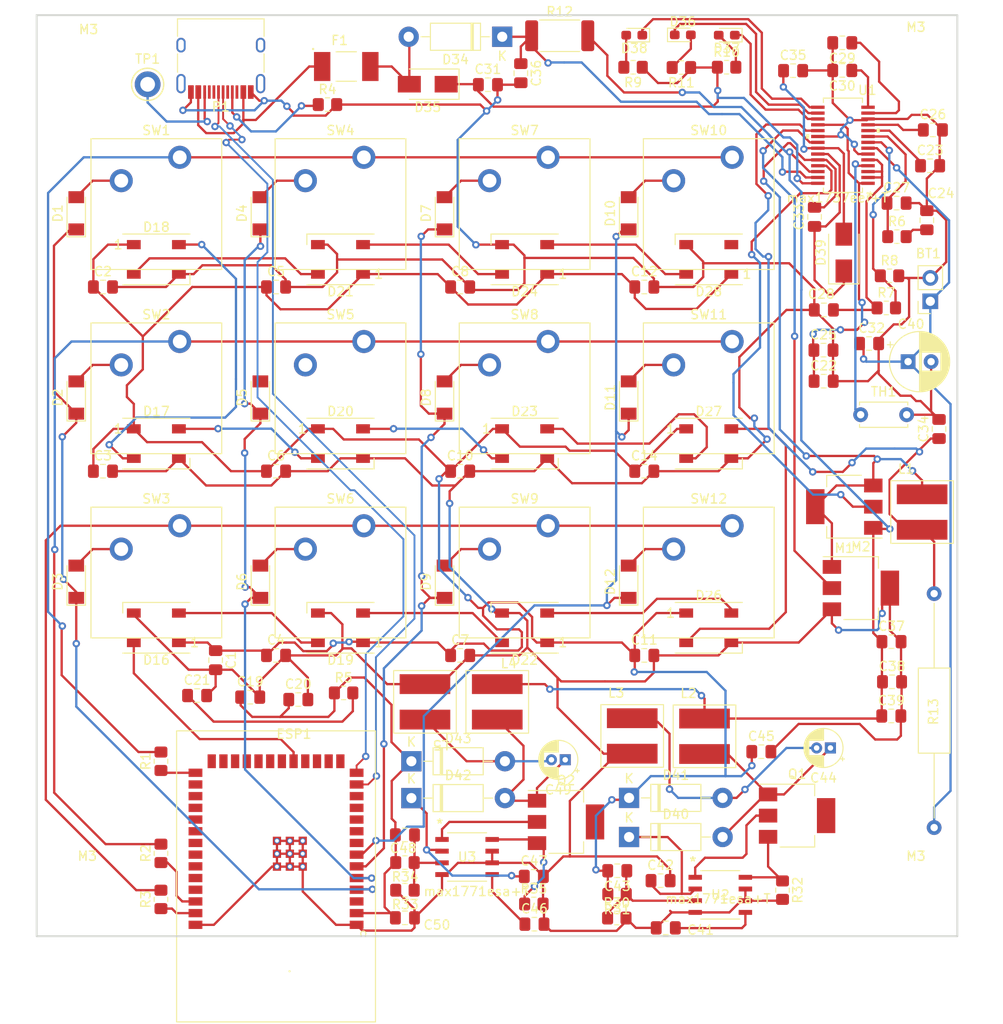
<source format=kicad_pcb>
(kicad_pcb (version 20211014) (generator pcbnew)
  (layers (0 "F.Cu" signal) (31 "B.Cu" signal) (34 "B.Paste" user) (35 "F.Paste" user) (36 "B.SilkS" user "B.Silkscreen") (37 "F.SilkS" user "F.Silkscreen") (38 "B.Mask" user) (39 "F.Mask" user) (44 "Edge.Cuts" user))
  (net 0 "")
  (net 1 "Net-(BT1-Pad1)")
  (net 2 "GND")
  (net 3 "5V_OUT")
  (net 4 "3.3V_OUT")
  (net 5 "Net-(C21-Pad1)")
  (net 6 "Net-(C22-Pad1)")
  (net 7 "Net-(C23-Pad1)")
  (net 8 "Net-(C24-Pad1)")
  (net 9 "Net-(C26-Pad1)")
  (net 10 "Net-(C27-Pad1)")
  (net 11 "Net-(C28-Pad1)")
  (net 12 "Net-(C29-Pad1)")
  (net 13 "Net-(C30-Pad1)")
  (net 14 "Net-(C31-Pad1)")
  (net 15 "Net-(C33-Pad1)")
  (net 16 "Net-(C33-Pad2)")
  (net 17 "Net-(C34-Pad1)")
  (net 18 "Net-(C35-Pad1)")
  (net 19 "Net-(C36-Pad1)")
  (net 20 "SYSTEM_LOAD")
  (net 21 "Net-(C41-Pad1)")
  (net 22 "Net-(C42-Pad1)")
  (net 23 "Net-(C43-Pad1)")
  (net 24 "Net-(C44-Pad1)")
  (net 25 "Net-(C44-Pad2)")
  (net 26 "Net-(C46-Pad1)")
  (net 27 "Net-(C47-Pad1)")
  (net 28 "Net-(C48-Pad1)")
  (net 29 "Net-(C49-Pad1)")
  (net 30 "Net-(C49-Pad2)")
  (net 31 "1st_Column")
  (net 32 "Net-(D1-Pad2)")
  (net 33 "Net-(D2-Pad2)")
  (net 34 "Net-(D3-Pad2)")
  (net 35 "2nd_Column")
  (net 36 "Net-(D4-Pad2)")
  (net 37 "Net-(D5-Pad2)")
  (net 38 "Net-(D6-Pad2)")
  (net 39 "3rd_Column")
  (net 40 "Net-(D7-Pad2)")
  (net 41 "Net-(D8-Pad2)")
  (net 42 "Net-(D9-Pad2)")
  (net 43 "4th_Column")
  (net 44 "Net-(D10-Pad2)")
  (net 45 "Net-(D11-Pad2)")
  (net 46 "Net-(D12-Pad2)")
  (net 49 "LEDS")
  (net 50 "Net-(D16-Pad2)")
  (net 51 "Net-(D17-Pad4)")
  (net 52 "Net-(D17-Pad2)")
  (net 53 "Net-(D18-Pad2)")
  (net 54 "Net-(D19-Pad2)")
  (net 55 "Net-(D20-Pad4)")
  (net 56 "Net-(D21-Pad2)")
  (net 57 "Net-(D22-Pad2)")
  (net 58 "Net-(D23-Pad4)")
  (net 59 "Net-(D24-Pad2)")
  (net 60 "Net-(D27-Pad4)")
  (net 61 "USB_Input_supply")
  (net 62 "Net-(D36-Pad1)")
  (net 63 "Net-(D36-Pad2)")
  (net 64 "Net-(D37-Pad1)")
  (net 65 "Net-(D37-Pad2)")
  (net 66 "Net-(D38-Pad1)")
  (net 67 "Net-(D38-Pad2)")
  (net 73 "USB_D-")
  (net 74 "USB_D+")
  (net 85 "1st_Row")
  (net 96 "2nd_Row")
  (net 97 "3rd_Row")
  (net 98 "Net-(F1-Pad1)")
  (net 99 "Net-(M1-Pad2)")
  (net 100 "Net-(M2-Pad2)")
  (net 102 "Net-(P1-PadB5)")
  (net 104 "Net-(P1-PadA5)")
  (net 106 "Net-(Q1-Pad2)")
  (net 107 "Net-(Q1-Pad3)")
  (net 108 "Net-(Q2-Pad2)")
  (net 109 "Net-(Q2-Pad3)")
  (net 110 "Net-(R1-Pad2)")
  (net 111 "Net-(R2-Pad2)")
  (net 112 "Net-(R3-Pad2)")
  (net 113 "Net-(R7-Pad2)")
  (net 114 "Net-(TH1-Pad1)")
  (footprint "Capacitor_SMD:C_0805_2012Metric_Pad1.18x1.45mm_HandSolder" (layer "F.Cu") (at 125.5 62 180)
    (fp_text reference "C28")
    (fp_text value "4.7u")
  )
  (footprint "Resistor_SMD:R_0805_2012Metric_Pad1.20x1.40mm_HandSolder" (layer "F.Cu") (at 132.284 61.785)
    (fp_text reference "R7")
    (fp_text value "10K")
  )
  (footprint "Capacitor_SMD:C_0805_2012Metric_Pad1.18x1.45mm_HandSolder" (layer "F.Cu") (at 66 79.51)
    (fp_text reference "C6")
    (fp_text value "0.1uF")
  )
  (footprint "inductors:inductors" (layer "F.Cu") (at 104.687 108.254)
    (fp_text reference "L3")
    (fp_text value "20uH")
  )
  (footprint "Capacitor_SMD:C_0805_2012Metric_Pad1.18x1.45mm_HandSolder" (layer "F.Cu") (at 138.012 74.93 90)
    (fp_text reference "C34")
    (fp_text value "0.1uF")
  )
  (footprint "cherry_mx:SW_Cherry_MX_PCB_1.00u" (layer "F.Cu") (at 53 70.51)
    (fp_text reference "SW2")
    (fp_text value "Cherry_MX_1u")
  )
  (footprint "Resistor_SMD:R_0805_2012Metric_Pad1.20x1.40mm_HandSolder" (layer "F.Cu") (at 80 125 180)
    (fp_text reference "R33")
    (fp_text value "100K")
  )
  (footprint "Capacitor_SMD:C_0805_2012Metric_Pad1.18x1.45mm_HandSolder" (layer "F.Cu") (at 80 119 180)
    (fp_text reference "C48")
    (fp_text value "47pF")
  )
  (footprint "MountingHole:MountingHole_3.2mm_M3" (layer "F.Cu") (at 135.5 35.5)
    (fp_text reference "M3")
    (fp_text value "MountingHole_3.2mm_M3")
  )
  (footprint "LED_SMD:LED_WS2812B_PLCC4_5.0x5.0mm_P3.2mm" (layer "F.Cu") (at 93 56.51 180)
    (fp_text reference "D24")
    (fp_text value "WS2812B")
  )
  (footprint "Capacitor_THT:CP_Radial_D4.0mm_P1.50mm" (layer "F.Cu") (at 97.41 110.842 180)
    (fp_text reference "C49")
    (fp_text value "47uF")
  )
  (footprint "Capacitor_SMD:C_0805_2012Metric_Pad1.18x1.45mm_HandSolder" (layer "F.Cu") (at 127.5 36 180)
    (fp_text reference "C30")
    (fp_text value "1nF")
  )
  (footprint "Capacitor_SMD:C_0805_2012Metric_Pad1.18x1.45mm_HandSolder" (layer "F.Cu") (at 137.04 46.347)
    (fp_text reference "C23")
    (fp_text value "47nF")
  )
  (footprint "TestPoint:TestPoint_Keystone_5010-5014_Multipurpose" (layer "F.Cu") (at 52.053 37.505)
    (fp_text reference "TP1")
    (fp_text value "TestPoint")
  )
  (footprint "Resistor_SMD:R_0805_2012Metric_Pad1.20x1.40mm_HandSolder" (layer "F.Cu") (at 132.633 58.296)
    (fp_text reference "R8")
    (fp_text value "10K")
  )
  (footprint "Capacitor_SMD:C_0805_2012Metric_Pad1.18x1.45mm_HandSolder" (layer "F.Cu") (at 57.4265 103.866)
    (fp_text reference "C21")
    (fp_text value "0.1 F")
  )
  (footprint "cherry_mx:SW_Cherry_MX_PCB_1.00u" (layer "F.Cu") (at 73 90.51)
    (fp_text reference "SW6")
    (fp_text value "Cherry_MX_1u")
  )
  (footprint "Connector_USB:USB_C_Receptacle_HRO_TYPE-C-31-M-12" (layer "F.Cu") (at 60 34.3 180)
    (fp_text reference "P1")
    (fp_text value "USB_C_Plug")
  )
  (footprint "Capacitor_SMD:C_0805_2012Metric_Pad1.18x1.45mm_HandSolder" (layer "F.Cu") (at 86 79.51)
    (fp_text reference "C10")
    (fp_text value "0.1uF")
  )
  (footprint "Resistor_SMD:R_0805_2012Metric_Pad1.20x1.40mm_HandSolder" (layer "F.Cu") (at 103.038 125.442 180)
    (fp_text reference "R31")
    (fp_text value "470K")
  )
  (footprint "Capacitor_SMD:C_0805_2012Metric_Pad1.18x1.45mm_HandSolder" (layer "F.Cu") (at 63.194 104.041)
    (fp_text reference "C19")
    (fp_text value "0,22 uF")
  )
  (footprint "Capacitor_SMD:C_0805_2012Metric_Pad1.18x1.45mm_HandSolder" (layer "F.Cu") (at 124.491 51.898 90)
    (fp_text reference "C33")
    (fp_text value "0.1uF")
  )
  (footprint "Diode_THT:D_DO-41_SOD81_P10.16mm_Horizontal" (layer "F.Cu") (at 104.345 114.978)
    (fp_text reference "D41")
    (fp_text value "1N5819")
  )
  (footprint "Resistor_SMD:R_0805_2012Metric_Pad1.20x1.40mm_HandSolder" (layer "F.Cu") (at 110.025 35.681 180)
    (fp_text reference "R11")
    (fp_text value "1k")
  )
  (footprint "cherry_mx:SW_Cherry_MX_PCB_1.00u" (layer "F.Cu") (at 53 50.51)
    (fp_text reference "SW1")
    (fp_text value "Cherry_MX_1u")
  )
  (footprint "LED_SMD:LED_0603_1608Metric_Pad1.05x0.95mm_HandSolder" (layer "F.Cu") (at 114.9565 32.166 180)
    (fp_text reference "D37")
    (fp_text value "LED")
  )
  (footprint "inductors:inductors" (layer "F.Cu") (at 82.175 104.552 180)
    (fp_text reference "L5")
    (fp_text value "20uH")
  )
  (footprint "Package_TO_SOT_SMD:SOT-223" (layer "F.Cu") (at 122.594 116.902)
    (fp_text reference "Q1")
    (fp_text value "Q_NJFET_DGS")
  )
  (footprint "max1771:max1771esa&plus_T" (layer "F.Cu") (at 114.253 125.505)
    (fp_text reference "U2")
    (fp_text value "max1771esa+T")
  )
  (footprint "Diode_SMD:D_MiniMELF" (layer "F.Cu") (at 44.3 71.51 90)
    (fp_text reference "D2")
    (fp_text value "LL4148")
  )
  (footprint "Resistor_SMD:R_0805_2012Metric_Pad1.20x1.40mm_HandSolder" (layer "F.Cu") (at 71.5875 39.7045)
    (fp_text reference "R4")
    (fp_text value "5.1K")
  )
  (footprint "Capacitor_SMD:C_0805_2012Metric_Pad1.18x1.45mm_HandSolder" (layer "F.Cu") (at 106 59.51)
    (fp_text reference "C12")
    (fp_text value "0.1uF")
  )
  (footprint "Resistor_SMD:R_0805_2012Metric_Pad1.20x1.40mm_HandSolder" (layer "F.Cu") (at 53.5 111 90)
    (fp_text reference "R1")
    (fp_text value "10K")
  )
  (footprint "Capacitor_SMD:C_0805_2012Metric_Pad1.18x1.45mm_HandSolder" (layer "F.Cu") (at 107.766 123.964)
    (fp_text reference "C42")
    (fp_text value "2.2uF")
  )
  (footprint "Diode_THT:D_DO-41_SOD81_P10.16mm_Horizontal" (layer "F.Cu") (at 104.345 119.228)
    (fp_text reference "D40")
    (fp_text value "1N5819")
  )
  (footprint "Capacitor_SMD:C_0805_2012Metric_Pad1.18x1.45mm_HandSolder" (layer "F.Cu") (at 132.8475 98.018)
    (fp_text reference "C37")
    (fp_text value "0.1uF")
  )
  (footprint "Diode_SMD:D_MiniMELF" (layer "F.Cu") (at 104.3 51.51 90)
    (fp_text reference "D10")
    (fp_text value "LL4148")
  )
  (footprint "Capacitor_SMD:C_0805_2012Metric_Pad1.18x1.45mm_HandSolder" (layer "F.Cu") (at 47.2 59.51)
    (fp_text reference "C2")
    (fp_text value "0.1uF")
  )
  (footprint "Resistor_SMD:R_0805_2012Metric_Pad1.20x1.40mm_HandSolder" (layer "F.Cu") (at 121.011 124.993 -90)
    (fp_text reference "R32")
    (fp_text value "0.1")
  )
  (footprint "Package_TO_SOT_SMD:SOT-223" (layer "F.Cu") (at 129.523 92.202)
    (fp_text reference "M2")
    (fp_text value "MNMOS")
  )
  (footprint "Package_TO_SOT_SMD:SOT-223" (layer "F.Cu") (at 97.496 117.588)
    (fp_text reference "Q2")
    (fp_text value "Q_NJFET_DGS")
  )
  (footprint "Capacitor_SMD:C_0805_2012Metric_Pad1.18x1.45mm_HandSolder" (layer "F.Cu") (at 92.587 36.299 -90)
    (fp_text reference "C36")
    (fp_text value "0.1uF")
  )
  (footprint "Diode_SMD:D_SMA" (layer "F.Cu") (at 82.477 37.491 180)
    (fp_text reference "D35")
    (fp_text value "US1M")
  )
  (footprint "max1737:max1737eei&plus_T" (layer "F.Cu") (at 127.573 44.124 180)
    (fp_text reference "U1")
    (fp_text value "max1737eei+T")
  )
  (footprint "Diode_SMD:D_MiniMELF" (layer "F.Cu") (at 64.3 51.51 90)
    (fp_text reference "D4")
    (fp_text value "LL4148")
  )
  (footprint "cherry_mx:SW_Cherry_MX_PCB_1.00u" (layer "F.Cu") (at 113 70.51)
    (fp_text reference "SW11")
    (fp_text value "Cherry_MX_1u")
  )
  (footprint "cherry_mx:SW_Cherry_MX_PCB_1.00u" (layer "F.Cu") (at 73 50.51)
    (fp_text reference "SW4")
    (fp_text value "Cherry_MX_1u")
  )
  (footprint "LED_SMD:LED_0603_1608Metric_Pad1.05x0.95mm_HandSolder" (layer "F.Cu") (at 104.907 32.166 180)
    (fp_text reference "D38")
    (fp_text value "LED")
  )
  (footprint "Diode_THT:D_DO-41_SOD81_P10.16mm_Horizontal" (layer "F.Cu") (at 80.7 115)
    (fp_text reference "D42")
    (fp_text value "1N5819")
  )
  (footprint "Resistor_SMD:R_0805_2012Metric_Pad1.20x1.40mm_HandSolder" (layer "F.Cu") (at 73.339 103.581)
    (fp_text reference "R5")
    (fp_text value "10K")
  )
  (footprint "MountingHole:MountingHole_3.2mm_M3" (layer "F.Cu") (at 135.5 125.5)
    (fp_text reference "M3")
    (fp_text value "MountingHole_3.2mm_M3")
  )
  (footprint "Diode_SMD:D_SMA" (layer "F.Cu") (at 127.67 55.775 90)
    (fp_text reference "D39")
    (fp_text value "US1M")
  )
  (footprint "Capacitor_SMD:C_0805_2012Metric_Pad1.18x1.45mm_HandSolder" (layer "F.Cu") (at 125.4605 66.365)
    (fp_text reference "C25")
    (fp_text value "0.1uF")
  )
  (footprint "Diode_SMD:D_MiniMELF" (layer "F.Cu") (at 84.3 71.51 90)
    (fp_text reference "D8")
    (fp_text value "LL4148")
  )
  (footprint "Capacitor_SMD:C_0805_2012Metric_Pad1.18x1.45mm_HandSolder" (layer "F.Cu") (at 94.066 128.689)
    (fp_text reference "C46")
    (fp_text value "0.1uF")
  )
  (footprint "Capacitor_SMD:C_0805_2012Metric_Pad1.18x1.45mm_HandSolder" (layer "F.Cu") (at 137.344 42.457)
    (fp_text reference "C26")
    (fp_text value "47nF")
  )
  (footprint "Diode_SMD:D_MiniMELF" (layer "F.Cu") (at 64.3 91.51 90)
    (fp_text reference "D6")
    (fp_text value "LL4148")
  )
  (footprint "Diode_SMD:D_MiniMELF" (layer "F.Cu") (at 104.3 71.51 90)
    (fp_text reference "D11")
    (fp_text value "LL4148")
  )
  (footprint "Capacitor_SMD:C_0805_2012Metric_Pad1.18x1.45mm_HandSolder" (layer "F.Cu") (at 80 128)
    (fp_text reference "C50")
    (fp_text value "22uF")
  )
  (footprint "Capacitor_SMD:C_0805_2012Metric_Pad1.18x1.45mm_HandSolder" (layer "F.Cu") (at 127.5 33 180)
    (fp_text reference "C29")
    (fp_text value "1nF")
  )
  (footprint "max1771:max1771esa&plus_T" (layer "F.Cu") (at 86.751 121.395)
    (fp_text reference "U3")
    (fp_text value "max1771esa+T")
  )
  (footprint "inductors:inductors" (layer "F.Cu") (at 90.027 104.552)
    (fp_text reference "L4")
    (fp_text value "20uH")
  )
  (footprint "LED_SMD:LED_WS2812B_PLCC4_5.0x5.0mm_P3.2mm" (layer "F.Cu") (at 93 76.51)
    (fp_text reference "D23")
    (fp_text value "WS2812B")
  )
  (footprint "Capacitor_SMD:C_0805_2012Metric_Pad1.18x1.45mm_HandSolder" (layer "F.Cu") (at 136.686 52.264 90)
    (fp_text reference "C24")
    (fp_text value "0.1uF")
  )
  (footprint "Capacitor_SMD:C_0805_2012Metric_Pad1.18x1.45mm_HandSolder" (layer "F.Cu") (at 122.161 36.025)
    (fp_text reference "C35")
    (fp_text value "0.1uF")
  )
  (footprint "cherry_mx:SW_Cherry_MX_PCB_1.00u" (layer "F.Cu") (at 93 70.51)
    (fp_text reference "SW8")
    (fp_text value "Cherry_MX_1u")
  )
  (footprint "Capacitor_SMD:C_0805_2012Metric_Pad1.18x1.45mm_HandSolder" (layer "F.Cu") (at 66 99.51)
    (fp_text reference "C4")
    (fp_text value "0.1uF")
  )
  (footprint "Resistor_SMD:R_2512_6332Metric_Pad1.40x3.35mm_HandSolder" (layer "F.Cu") (at 96.811 32.233)
    (fp_text reference "R12")
    (fp_text value "0.1prec")
  )
  (footprint "LED_SMD:LED_0603_1608Metric_Pad1.05x0.95mm_HandSolder" (layer "F.Cu") (at 110.18 32.14)
    (fp_text reference "D36")
    (fp_text value "LED")
  )
  (footprint "cherry_mx:SW_Cherry_MX_PCB_1.00u" (layer "F.Cu") (at 113 90.51)
    (fp_text reference "SW12")
    (fp_text value "Cherry_MX_1u")
  )
  (footprint "Resistor_SMD:R_0805_2012Metric_Pad1.20x1.40mm_HandSolder" (layer "F.Cu") (at 80 122 180)
    (fp_text reference "R34")
    (fp_text value "20K")
  )
  (footprint "Capacitor_SMD:C_0805_2012Metric_Pad1.18x1.45mm_HandSolder" (layer "F.Cu") (at 108.328 129.09 180)
    (fp_text reference "C41")
    (fp_text value "0.1uF")
  )
  (footprint "Capacitor_SMD:C_0805_2012Metric_Pad1.18x1.45mm_HandSolder" (layer "F.Cu") (at 133.399 50.403)
    (fp_text reference "C27")
    (fp_text value "1nF")
  )
  (footprint "Capacitor_SMD:C_0805_2012Metric_Pad1.18x1.45mm_HandSolder" (layer "F.Cu") (at 59.439 100.027 -90)
    (fp_text reference "C1")
    (fp_text value "0.1uF")
  )
  (footprint "esp32-library:ESP32-S3-WROOM-1" (layer "F.Cu") (at 66 123.5 180)
    (fp_text reference "ESP1")
    (fp_text value "ESP32-S3-WROOM-1")
  )
  (footprint "Capacitor_SMD:C_0805_2012Metric_Pad1.18x1.45mm_HandSolder" (layer "F.Cu") (at 47.2 79.51)
    (fp_text reference "C3")
    (fp_text value "0.1uF")
  )
  (footprint "LED_SMD:LED_WS2812B_PLCC4_5.0x5.0mm_P3.2mm" (layer "F.Cu") (at 73 96.51 180)
    (fp_text reference "D19")
    (fp_text value "WS2812B")
  )
  (footprint "Connector_PinSocket_2.54mm:PinSocket_1x02_P2.54mm_Vertical" (layer "F.Cu") (at 137.064 61.066 180)
    (fp_text reference "BT1")
    (fp_text value "Battery_Cell")
  )
  (footprint "cherry_mx:SW_Cherry_MX_PCB_1.00u" (layer "F.Cu") (at 93 50.51)
    (fp_text reference "SW7")
    (fp_text value "Cherry_MX_1u")
  )
  (footprint "Littelfuse_1812L:FUSM4632X200N" (layer "F.Cu") (at 73.626 35.573)
    (fp_text reference "F1")
    (fp_text value "1812L")
  )
  (footprint "cherry_mx:SW_Cherry_MX_PCB_1.00u" (layer "F.Cu") (at 73 70.51)
    (fp_text reference "SW5")
    (fp_text value "Cherry_MX_1u")
  )
  (footprint "Capacitor_SMD:C_0805_2012Metric_Pad1.18x1.45mm_HandSolder" (layer "F.Cu") (at 106 79.51)
    (fp_text reference "C14")
    (fp_text value "0.1uF")
  )
  (footprint "Resistor_SMD:R_0805_2012Metric_Pad1.20x1.40mm_HandSolder" (layer "F.Cu") (at 53.5 121 90)
    (fp_text reference "R2")
    (fp_text value "10K")
  )
  (footprint "Resistor_SMD:R_0805_2012Metric_Pad1.20x1.40mm_HandSolder" (layer "F.Cu") (at 53.5 126 90)
    (fp_text reference "R3")
    (fp_text value "10K")
  )
  (footprint "Resistor_SMD:R_0805_2012Metric_Pad1.20x1.40mm_HandSolder" (layer "F.Cu") (at 103.012 128.021)
    (fp_text reference "R30")
    (fp_text value "200K")
  )
  (footprint "cherry_mx:SW_Cherry_MX_PCB_1.00u" (layer "F.Cu") (at 53 90.51)
    (fp_text reference "SW3")
    (fp_text value "Cherry_MX_1u")
  )
  (footprint "LED_SMD:LED_WS2812B_PLCC4_5.0x5.0mm_P3.2mm" (layer "F.Cu") (at 113 76.51)
    (fp_text reference "D27")
    (fp_text value "WS2812B")
  )
  (footprint "Capacitor_THT:C_Disc_D5.0mm_W2.5mm_P5.00mm" (layer "F.Cu") (at 129.496 73.378)
    (fp_text reference "TH1")
    (fp_text value "Thermistor_NTC")
  )
  (footprint "Capacitor_SMD:C_0805_2012Metric_Pad1.18x1.45mm_HandSolder" (layer "F.Cu") (at 86 99.51)
    (fp_text reference "C7")
    (fp_text value "0.1uF")
  )
  (footprint "Capacitor_SMD:C_0805_2012Metric_Pad1.18x1.45mm_HandSolder" (layer "F.Cu") (at 125.4785 69.734)
    (fp_text reference "C22")
    (fp_text value "4.7u")
  )
  (footprint "LED_SMD:LED_WS2812B_PLCC4_5.0x5.0mm_P3.2mm" (layer "F.Cu") (at 113 56.51 180)
    (fp_text reference "D28")
    (fp_text value "WS2812B")
  )
  (footprint "Capacitor_SMD:C_0805_2012Metric_Pad1.18x1.45mm_HandSolder" (layer "F.Cu") (at 132.9065 102.375)
    (fp_text reference "C38")
    (fp_text value "22pF")
  )
  (footprint "LED_SMD:LED_WS2812B_PLCC4_5.0x5.0mm_P3.2mm" (layer "F.Cu") (at 53 76.51)
    (fp_text reference "D17")
    (fp_text value "WS2812B")
  )
  (footprint "inductors:inductors" (layer "F.Cu") (at 136.172 83.943)
    (fp_text reference "L1")
    (fp_text value "22uH")
  )
  (footprint "Diode_SMD:D_MiniMELF" (layer "F.Cu") (at 64.3 71.51 90)
    (fp_text reference "D5")
    (fp_text value "LL4148")
  )
  (footprint "MountingHole:MountingHole_3.2mm_M3" (layer "F.Cu") (at 45.5 125.5)
    (fp_text reference "M3")
    (fp_text value "MountingHole_3.2mm_M3")
  )
  (footprint "Resistor_SMD:R_0805_2012Metric_Pad1.20x1.40mm_HandSolder" (layer "F.Cu") (at 104.778 35.655 180)
    (fp_text reference "R9")
    (fp_text value "1k")
  )
  (footprint "Capacitor_SMD:C_0805_2012Metric_Pad1.18x1.45mm_HandSolder" (layer "F.Cu") (at 86 59.51)
    (fp_text reference "C8")
    (fp_text value "0.1uF")
  )
  (footprint "cherry_mx:SW_Cherry_MX_PCB_1.00u" (layer "F.Cu") (at 113 50.51)
    (fp_text reference "SW10")
    (fp_text value "Cherry_MX_1u")
  )
  (footprint "LED_SMD:LED_WS2812B_PLCC4_5.0x5.0mm_P3.2mm" (layer "F.Cu") (at 73 76.51)
    (fp_text reference "D20")
    (fp_text value "WS2812B")
  )
  (footprint "LED_SMD:LED_WS2812B_PLCC4_5.0x5.0mm_P3.2mm" (layer "F.Cu") (at 73 56.51 180)
    (fp_text reference "D21")
    (fp_text value "WS2812B")
  )
  (footprint "Diode_SMD:D_MiniMELF" (layer "F.Cu") (at 84.3 91.51 90)
    (fp_text reference "D9")
    (fp_text value "LL4148")
  )
  (footprint "MountingHole:MountingHole_3.2mm_M3" (layer "F.Cu") (at 45.638 35.752)
    (fp_text reference "M3")
    (fp_text value "MountingHole_3.2mm_M3")
  )
  (footprint "LED_SMD:LED_WS2812B_PLCC4_5.0x5.0mm_P3.2mm" (layer "F.Cu") (at 53 96.51 180)
    (fp_text reference "D16")
    (fp_text value "WS2812B")
  )
  (footprint "Diode_THT:D_DO-41_SOD81_P10.16mm_Horizontal" (layer "F.Cu") (at 90.567 32.343 180)
    (fp_text reference "D34")
    (fp_text value "1N5819")
  )
  (footprint "Capacitor_SMD:C_0805_2012Metric_Pad1.18x1.45mm_HandSolder" (layer "F.Cu") (at 94 123.5)
    (fp_text reference "C47")
    (fp_text value "2.2uF")
  )
  (footprint "Diode_SMD:D_MiniMELF" (layer "F.Cu") (at 84.3 51.51 90)
    (fp_text reference "D7")
    (fp_text value "LL4148")
  )
  (footprint "Resistor_SMD:R_0805_2012Metric_Pad1.20x1.40mm_HandSolder" (layer "F.Cu") (at 114.94 35.648)
    (fp_text reference "R10")
    (fp_text value "1k")
  )
  (footprint "LED_SMD:LED_WS2812B_PLCC4_5.0x5.0mm_P3.2mm" (layer "F.Cu") (at 93 96.51 180)
    (fp_text reference "D22")
    (fp_text value "WS2812B")
  )
  (footprint "Capacitor_THT:CP_Radial_D4.0mm_P1.50mm" (layer "F.Cu") (at 126.214 109.558 180)
    (fp_text reference "C44")
    (fp_text value "47uF")
  )
  (footprint "Capacitor_SMD:C_0805_2012Metric_Pad1.18x1.45mm_HandSolder" (layer "F.Cu") (at 68.4185 104.302)
    (fp_text reference "C20")
    (fp_text value "0,1 uF")
  )
  (footprint "Diode_SMD:D_MiniMELF" (layer "F.Cu") (at 44.3 51.51 90)
    (fp_text reference "D1")
    (fp_text value "LL4148")
  )
  (footprint "Capacitor_SMD:C_0805_2012Metric_Pad1.18x1.45mm_HandSolder" (layer "F.Cu") (at 106 99.51)
    (fp_text reference "C11")
    (fp_text value "0.1uF")
  )
  (footprint "Capacitor_SMD:C_0805_2012Metric_Pad1.18x1.45mm_HandSolder" (layer "F.Cu") (at 130.4135 65.648)
    (fp_text reference "C32")
    (fp_text value "0.1uF")
  )
  (footprint "Resistor_SMD:R_0805_2012Metric_Pad1.20x1.40mm_HandSolder" (layer "F.Cu") (at 133.439 54.046)
    (fp_text reference "R6")
    (fp_text value "10K")
  )
  (footprint "Diode_THT:D_DO-41_SOD81_P10.16mm_Horizontal" (layer "F.Cu") (at 80.7 111)
    (fp_text reference "D43")
    (fp_text value "1N5819")
  )
  (footprint "Resistor_SMD:R_0805_2012Metric_Pad1.20x1.40mm_HandSolder" (layer "F.Cu") (at 94 126.5)
    (fp_text reference "R35")
    (fp_text value "0.1")
  )
  (footprint "cherry_mx:SW_Cherry_MX_PCB_1.00u" (layer "F.Cu") (at 93 90.51)
    (fp_text reference "SW9")
    (fp_text value "Cherry_MX_1u")
  )
  (footprint "Capacitor_SMD:C_0805_2012Metric_Pad1.18x1.45mm_HandSolder" (layer "F.Cu") (at 89.015 37.548)
    (fp_text reference "C31")
    (fp_text value "0.1uF")
  )
  (footprint "Resistor_THT:R_Axial_DIN0309_L9.0mm_D3.2mm_P25.40mm_Horizontal" (layer "F.Cu") (at 137.48 92.802 -90)
    (fp_text reference "R13")
    (fp_text value "0.18prec")
  )
  (footprint "Diode_SMD:D_MiniMELF" (layer "F.Cu") (at 44.3 91.51 90)
    (fp_text reference "D3")
    (fp_text value "LL4148")
  )
  (footprint "Capacitor_SMD:C_0805_2012Metric_Pad1.18x1.45mm_HandSolder" (layer "F.Cu") (at 132.8275 106.084)
    (fp_text reference "C39")
    (fp_text value "22pF")
  )
  (footprint "LED_SMD:LED_WS2812B_PLCC4_5.0x5.0mm_P3.2mm" (layer "F.Cu") (at 113 96.51)
    (fp_text reference "D26")
    (fp_text value "WS2812B")
  )
  (footprint "Capacitor_SMD:C_0805_2012Metric_Pad1.18x1.45mm_HandSolder" (layer "F.Cu") (at 118.712 109.961)
    (fp_text reference "C45")
    (fp_text value "22uF")
  )
  (footprint "Capacitor_SMD:C_0805_2012Metric_Pad1.18x1.45mm_HandSolder" (layer "F.Cu") (at 66 59.51)
    (fp_text reference "C5")
    (fp_text value "0.1uF")
  )
  (footprint "Capacitor_SMD:C_0805_2012Metric_Pad1.18x1.45mm_HandSolder" (layer "F.Cu") (at 103.064 122.888 180)
    (fp_text reference "C43")
    (fp_text value "47pF")
  )
  (footprint "Capacitor_THT:CP_Radial_D6.3mm_P2.50mm" (layer "F.Cu") (at 134.649 67.615)
    (fp_text reference "C40")
    (fp_text value "68uF")
  )
  (footprint "inductors:inductors" (layer "F.Cu") (at 112.539 108.289)
    (fp_text reference "L2")
    (fp_text value "20uH")
  )
  (footprint "Diode_SMD:D_MiniMELF" (layer "F.Cu") (at 104.3 91.51 90)
    (fp_text reference "D12")
    (fp_text value "LL4148")
  )
  (footprint "Package_TO_SOT_SMD:SOT-223" (layer "F.Cu") (at 127.72 83.361 180)
    (fp_text reference "M1")
    (fp_text value "MNMOS")
  )
  (footprint "LED_SMD:LED_WS2812B_PLCC4_5.0x5.0mm_P3.2mm" (layer "F.Cu") (at 53 56.51)
    (fp_text reference "D18")
    (fp_text value "WS2812B")
  )
  (gr_rect (start 40 30) (end 140 130) (layer "Edge.Cuts") (width 0.2) (fill none))
  (segment (start 130.29715 44.4415) (end 131.2675 44.4415) (width 0.25) (layer "F.Cu") (net 1))
  (segment (start 129.815 67.331) (end 129.815 66.087) (width 0.25) (layer "F.Cu") (net 1))
  (segment (start 129.815 66.087) (end 129.376 65.648) (width 0.25) (layer "F.Cu") (net 1))
  (segment (start 131.2675 44.4415) (end 133.403 46.577) (width 0.25) (layer "F.Cu") (net 1))
  (via (at 129.815 67.331) (size 0.8) (drill 0.4) (layers "F.Cu" "B.Cu") (net 1))
  (via (at 133.403 46.577) (size 0.8) (drill 0.4) (layers "F.Cu" "B.Cu") (net 1))
  (segment (start 130.099 67.615) (end 129.815 67.331) (width 0.25) (layer "B.Cu") (net 1))
  (segment (start 137.48 115.993) (end 139.26 114.213) (width 0.25) (layer "B.Cu") (net 1))
  (segment (start 139.26 114.213) (end 139.26 72.226) (width 0.25) (layer "B.Cu") (net 1))
  (segment (start 134.649 67.615) (end 130.099 67.615) (width 0.25) (layer "B.Cu") (net 1))
  (segment (start 137.064 65.2) (end 134.649 67.615) (width 0.25) (layer "B.Cu") (net 1))
  (segment (start 137.064 61.066) (end 137.064 65.2) (width 0.25) (layer "B.Cu") (net 1))
  (segment (start 133.403 46.577) (end 139.102 52.276) (width 0.25) (layer "B.Cu") (net 1))
  (segment (start 139.102 52.276) (end 139.102 59.028) (width 0.25) (layer "B.Cu") (net 1))
  (segment (start 139.26 72.226) (end 134.649 67.615) (width 0.25) (layer "B.Cu") (net 1))
  (segment (start 139.102 59.028) (end 137.064 61.066) (width 0.25) (layer "B.Cu") (net 1))
  (segment (start 137.48 118.202) (end 137.48 115.993) (width 0.25) (layer "B.Cu") (net 1))
  (segment (start 104.687 110.179) (end 101.585 110.179) (width 0.25) (layer "F.Cu") (net 2))
  (segment (start 133.885 102.316) (end 133.944 102.375) (width 0.25) (layer "F.Cu") (net 2))
  (segment (start 137.4975 73.378) (end 138.012 73.8925) (width 0.25) (layer "F.Cu") (net 2))
  (segment (start 126.498 69.716) (end 126.498 66.365) (width 0.25) (layer "F.Cu") (net 2))
  (segment (start 104.687 110.179) (end 103.046 110.179) (width 0.25) (layer "F.Cu") (net 2))
  (segment (start 92.986 56.354) (end 92.982 56.358) (width 0.25) (layer "F.Cu") (net 2))
  (segment (start 65.4865 81.061) (end 58.401 81.061) (width 0.25) (layer "F.Cu") (net 2))
  (segment (start 73.206 98.826) (end 72.522 99.51) (width 0.25) (layer "F.Cu") (net 2))
  (segment (start 104.806 56.354) (end 92.986 56.354) (width 0.25) (layer "F.Cu") (net 2))
  (segment (start 137.7645 51.2265) (end 138.788 52.25) (width 0.25) (layer "F.Cu") (net 2))
  (segment (start 126.4625 36) (end 126.4625 33) (width 0.25) (layer "F.Cu") (net 2))
  (segment (start 107.0375 79.51) (end 105.7345 80.813) (width 0.25) (layer "F.Cu") (net 2))
  (segment (start 131.832 93.043) (end 131.832 94.947) (width 0.25) (layer "F.Cu") (net 2))
  (segment (start 115.2436 127.41) (end 111.52885 127.41) (width 0.25) (layer "F.Cu") (net 2))
  (segment (start 54.05 79.51) (end 48.2375 79.51) (width 0.25) (layer "F.Cu") (net 2))
  (segment (start 67.179 39.887) (end 67.869 40.577) (width 0.25) (layer "F.Cu") (net 2))
  (segment (start 111.318 59.51) (end 107.0375 59.51) (width 0.25) (layer "F.Cu") (net 2))
  (segment (start 84.4904 123.3) (end 85.7604 122.03) (width 0.25) (layer "F.Cu") (net 2))
  (segment (start 136.686 51.2265) (end 137.7645 51.2265) (width 0.25) (layer "F.Cu") (net 2))
  (segment (start 93.5675 122.03) (end 89.47515 122.03) (width 0.25) (layer "F.Cu") (net 2))
  (segment (start 56.505478 101.0645) (end 59.439 101.0645) (width 0.25) (layer "F.Cu") (net 2))
  (segment (start 114.05 99.51) (end 115.45 98.11) (width 0.25) (layer "F.Cu") (net 2))
  (segment (start 92.426 99.51) (end 93.291 98.645) (width 0.25) (layer "F.Cu") (net 2))
  (segment (start 112.398 56.758) (end 112.398 56.934) (width 0.25) (layer "F.Cu") (net 2))
  (segment (start 66.1 119.64) (end 68.9 119.64) (width 0.25) (layer "F.Cu") (net 2))
  (segment (start 105.7345 80.813) (end 98.153 80.813) (width 0.25) (layer "F.Cu") (net 2))
  (segment (start 70.55 94.91) (end 71.979 94.91) (width 0.25) (layer "F.Cu") (net 2))
  (segment (start 124.4625 59.6675) (end 121.729 56.934) (width 0.25) (layer "F.Cu") (net 2))
  (segment (start 114.05 79.51) (end 107.0375 79.51) (width 0.25) (layer "F.Cu") (net 2))
  (segment (start 82.175 102.627) (end 78.067978 102.627) (width 0.25) (layer "F.Cu") (net 2))
  (segment (start 134.496 73.378) (end 137.4975 73.378) (width 0.25) (layer "F.Cu") (net 2))
  (segment (start 80.014 78.11) (end 82.966 81.062) (width 0.25) (layer "F.Cu") (net 2))
  (segment (start 115.45 98.11) (end 122.765 98.11) (width 0.25) (layer "F.Cu") (net 2))
  (segment (start 54.05 59.51) (end 55.45 58.11) (width 0.25) (layer "F.Cu") (net 2))
  (segment (start 127.1745 43.1715) (end 127.362 42.984) (width 0.25) (layer "F.Cu") (net 2))
  (segment (start 90.0525 37.548) (end 92.3755 37.548) (width 0.25) (layer "F.Cu") (net 2))
  (segment (start 87.0375 79.51) (end 84.856 81.6915) (width 0.25) (layer "F.Cu") (net 2))
  (segment (start 126.498 66.365) (end 126.498 64.0355) (width 0.25) (layer "F.Cu") (net 2))
  (segment (start 67.869 40.904) (end 71.388 40.904) (width 0.25) (layer "F.Cu") (net 2))
  (segment (start 97.2025 121.335) (end 95.0375 123.5) (width 0.25) (layer "F.Cu") (net 2))
  (segment (start 126.516 69.734) (end 126.498 69.716) (width 0.25) (layer "F.Cu") (net 2))
  (segment (start 55.886 40.326) (end 56.75 39.462) (width 0.25) (layer "F.Cu") (net 2))
  (segment (start 120.864 126.14) (end 121.011 125.993) (width 0.25) (layer "F.Cu") (net 2))
  (segment (start 91.805 54.91) (end 92.982 56.087) (width 0.25) (layer "F.Cu") (net 2))
  (segment (start 75.45 78.11) (end 80.014 78.11) (width 0.25) (layer "F.Cu") (net 2))
  (segment (start 117.253 78.11) (end 115.45 78.11) (width 0.25) (layer "F.Cu") (net 2))
  (segment (start 133.942 63.569) (end 134.757 62.754) (width 0.25) (layer "F.Cu") (net 2))
  (segment (start 138.0775 42.761) (end 138.3815 42.457) (width 0.25) (layer "F.Cu") (net 2))
  (segment (start 95 123.5375) (end 95.0375 123.5) (width 0.25) (layer "F.Cu") (net 2))
  (segment (start 72.628 57.931022) (end 72.628 56.459) (width 0.25) (layer "F.Cu") (net 2))
  (segment (start 106.078 102.332) (end 107.0375 101.3725) (width 0.25) (layer "F.Cu") (net 2))
  (segment (start 65.565 122.44) (end 66.1 122.44) (width 0.25) (layer "F.Cu") (net 2))
  (segment (start 56.75 39.462) (end 56.75 38.345) (width 0.25) (layer "F.Cu") (net 2))
  (segment (start 64.189 39.284) (end 64.715 39.284) (width 0.25) (layer "F.Cu") (net 2))
  (segment (start 85.7604 122.03) (end 89.47515 122.03) (width 0.25) (layer "F.Cu") (net 2))
  (segment (start 87.707 54.929) (end 87.726 54.91) (width 0.25) (layer "F.Cu") (net 2))
  (segment (start 81.0375 129.0605) (end 81.0375 128) (width 0.25) (layer "F.Cu") (net 2))
  (segment (start 71.611 79.51) (end 67.0375 79.51) (width 0.25) (layer "F.Cu") (net 2))
  (segment (start 132.673 92.202) (end 131.832 93.043) (width 0.25) (layer "F.Cu") (net 2))
  (segment (start 96.978 102.332) (end 101.725 102.332) (width 0.25) (layer "F.Cu") (net 2))
  (segment (start 97.915 121.335) (end 97.2025 121.335) (width 0.25) (layer "F.Cu") (net 2))
  (segment (start 108.8035 127.243) (end 108.9705 127.41) (width 0.25) (layer "F.Cu") (net 2))
  (segment (start 88.1785 39.7045) (end 88.87425 40.40025) (width 0.25) (layer "F.Cu") (net 2))
  (segment (start 72.628 55.934) (end 72.57 55.876) (width 0.25) (layer "F.Cu") (net 2))
  (segment (start 84.856 83.005) (end 84.856 81.6915) (width 0.25) (layer "F.Cu") (net 2))
  (segment (start 72.695 56.526) (end 72.628 56.459) (width 0.25) (layer "F.Cu") (net 2))
  (segment (start 126.498 64.0355) (end 124.4625 62) (width 0.25) (layer "F.Cu") (net 2))
  (segment (start 128.811011 44.651011) (end 128.811011 44.018) (width 0.25) (layer "F.Cu") (net 2))
  (segment (start 90.55 94.91) (end 89.858299 94.91) (width 0.25) (layer "F.Cu") (net 2))
  (segment (start 133.463 108.638) (end 133.865 108.236) (width 0.25) (layer "F.Cu") (net 2))
  (segment (start 95.1035 128.689) (end 95.1035 126.6035) (width 0.25) (layer "F.Cu") (net 2))
  (segment (start 124.84885 43.1715) (end 127.1745 43.1715) (width 0.25) (layer "F.Cu") (net 2))
  (segment (start 130.29715 45.0765) (end 129.2365 45.0765) (width 0.25) (layer "F.Cu") (net 2))
  (segment (start 74.75 128.76) (end 75.377 129.387) (width 0.25) (layer "F.Cu") (net 2))
  (segment (start 116.97715 126.14) (end 116.5136 126.14) (width 0.25) (layer "F.Cu") (net 2))
  (segment (start 63.25 38.345) (end 64.189 39.284) (width 0.25) (layer "F.Cu") (net 2))
  (segment (start 133.944 102.375) (end 133.944 106.005) (width 0.25) (layer "F.Cu") (net 2))
  (segment (start 127.101 96.757) (end 126.373 96.029) (width 0.25) (layer "F.Cu") (net 2))
  (segment (start 107.0375 58.5855) (end 104.806 56.354) (width 0.25) (layer "F.Cu") (net 2))
  (segment (start 65.501 57.153) (end 58.005 57.153) (width 0.25) (layer "F.Cu") (net 2))
  (segment (start 89.858299 94.91) (end 89.431799 94.4835) (width 0.25) (layer "F.Cu") (net 2))
  (segment (start 50.55 95.109022) (end 56.505478 101.0645) (width 0.25) (layer "F.Cu") (net 2))
  (segment (start 135.53 71.896) (end 134.949 71.315) (width 0.25) (layer "F.Cu") (net 2))
  (segment (start 136.686 47.7385) (end 138.0775 46.347) (width 0.25) (layer "F.Cu") (net 2))
  (segment (start 95.8275 129.413) (end 102.983 129.413) (width 0.25) (layer "F.Cu") (net 2))
  (segment (start 90.55 54.91) (end 91.805 54.91) (width 0.25) (layer "F.Cu") (net 2))
  (segment (start 98.153 80.813) (end 95.45 78.11) (width 0.25) (layer "F.Cu") (net 2))
  (segment (start 110.55 54.91) (end 112.398 56.758) (width 0.25) (layer "F.Cu") (net 2))
  (segment (start 93.291 95.75) (end 92.451 94.91) (width 0.25) (layer "F.Cu") (net 2))
  (segment (start 131.451 68.583) (end 131.451 65.648) (width 0.25) (layer "F.Cu") (net 2))
  (segment (start 122.7595 106.951) (end 129.392 106.951) (width 0.25) (layer "F.Cu") (net 2))
  (segment (start 92.982 56.358) (end 92.982 59.111) (width 0.25) (layer "F.Cu") (net 2))
  (segment (start 134.757 58.721) (end 134.562 58.526) (width 0.25) (layer "F.Cu") (net 2))
  (segment (start 107.0375 101.3725) (end 107.0375 99.51) (width 0.25) (layer "F.Cu") (net 2))
  (segment (start 133.885 98.018) (end 133.885 102.316) (width 0.25) (layer "F.Cu") (net 2))
  (segment (start 74.187978 98.747) (end 73.206 98.747) (width 0.25) (layer "F.Cu") (net 2))
  (segment (start 92.258 59.835) (end 87.3625 59.835) (width 0.25) (layer "F.Cu") (net 2))
  (segment (start 90.0525 39.183) (end 90.072 39.2025) (width 0.25) (layer "F.Cu") (net 2))
  (segment (start 128.339 41.398) (end 126.4625 39.5215) (width 0.25) (layer "F.Cu") (net 2))
  (segment (start 133.09 63.569) (end 133.942 63.569) (width 0.25) (layer "F.Cu") (net 2))
  (segment (start 57.048 58.11) (end 55.45 58.11) (width 0.25) (layer "F.Cu") (net 2))
  (segment (start 92.982 56.087) (end 92.982 56.358) (width 0.25) (layer "F.Cu") (net 2))
  (segment (start 124.4625 62) (end 121.44 62) (width 0.25) (layer "F.Cu") (net 2))
  (segment (start 75.45 78.11) (end 73.011 78.11) (width 0.25) (layer "F.Cu") (net 2))
  (segment (start 124.4625 62) (end 124.4625 59.6675) (width 0.25) (layer "F.Cu") (net 2))
  (segment (start 132.673 96.806) (end 133.885 98.018) (width 0.25) (layer "F.Cu") (net 2))
  (segment (start 131.451 65.648) (end 131.451 65.208) (width 0.25) (layer "F.Cu") (net 2))
  (segment (start 71.388 40.904) (end 72.5875 39.7045) (width 0.25) (layer "F.Cu") (net 2))
  (segment (start 101.585 110.179) (end 96.575 105.169) (width 0.25) (layer "F.Cu") (net 2))
  (segment (start 107.0375 99.51) (end 114.05 99.51) (width 0.25) (layer "F.Cu") (net 2))
  (segment (start 134.757 62.754) (end 134.757 58.721) (width 0.25) (layer "F.Cu") (net 2))
  (segment (start 92.451 94.91) (end 90.55 94.91) (width 0.25) (layer "F.Cu") (net 2))
  (segment (start 95.1035 128.689) (end 95.8275 129.413) (width 0.25) (layer "F.Cu") (net 2))
  (segment (start 123.2235 36) (end 123.1985 36.025) (width 0.25) (layer "F.Cu") (net 2))
  (segment (start 138.788 56.802) (end 137.064 58.526) (width 0.25) (layer "F.Cu") (net 2))
  (segment (start 66.1 122.44) (end 68.9 122.44) (width 0.25) (layer "F.Cu") (net 2))
  (segment (start 64.2315 104.041) (end 64.2315 102.316) (width 0.25) (layer "F.Cu") (net 2))
  (segment (start 116.5136 126.14) (end 115.2436 127.41) (width 0.25) (layer "F.Cu") (net 2))
  (segment (start 50.55 94.91) (end 50.55 95.109022) (width 0.25) (layer "F.Cu") (net 2))
  (segment (start 71.049022 59.51) (end 72.628 57.931022) (width 0.25) (layer "F.Cu") (net 2))
  (segment (start 135.042 40.821) (end 134.5965 41.2665) (width 0.25) (layer "F.Cu") (net 2))
  (segment (start 64.2315 102.316) (end 67.0375 99.51) (width 0.25) (layer "F.Cu") (net 2))
  (segment (start 73.206 98.747) (end 73.206 98.826) (width 0.25) (layer "F.Cu") (net 2))
  (segment (start 69.456 101.9285) (end 67.0375 99.51) (width 0.25) (layer "F.Cu") (net 2))
  (segment (start 84.0535 56.526) (end 72.695 56.526) (width 0.25) (layer "F.Cu") (net 2))
  (segment (start 69.456 104.302) (end 69.456 101.9285) (width 0.25) (layer "F.Cu") (net 2))
  (segment (start 105.081 129.09) (end 104.012 128.021) (width 0.25) (layer "F.Cu") (net 2))
  (segment (start 87.0375 59.51) (end 84.0535 56.526) (width 0.25) (layer "F.Cu") (net 2))
  (segment (start 126.516 69.734) (end 130.3 69.734) (width 0.25) (layer "F.Cu") (net 2))
  (segment (start 84.02685 123.3) (end 84.4904 123.3) (width 0.25) (layer "F.Cu") (net 2))
  (segment (start 108.8035 122.7525) (end 107.386 121.335) (width 0.25) (layer "F.Cu") (net 2))
  (segment (start 82.966 81.062) (end 85.4855 81.062) (width 0.25) (layer "F.Cu") (net 2))
  (segment (start 68.9 122.44) (end 68.9 119.64) (width 0.25) (layer "F.Cu") (net 2))
  (segment (start 137.064 58.526) (end 134.562 58.526) (width 0.25) (layer "F.Cu") (net 2))
  (segment (start 61.255 101.0645) (end 59.439 101.0645) (width 0.25) (layer "F.Cu") (net 2))
  (segment (start 48.2375 59.51) (end 54.05 59.51) (width 0.25) (layer "F.Cu") (net 2))
  (segment (start 92.982 59.111) (end 92.258 59.835) (width 0.25) (layer "F.Cu") (net 2))
  (segment (start 128.339 41.398) (end 130.16565 41.398) (width 0.25) (layer "F.Cu") (net 2))
  (segment (start 102.983 129.413) (end 104.012 128.384) (width 0.25) (layer "F.Cu") (net 2))
  (segment (start 119.7495 109.961) (end 122.7595 106.951) (width 0.25) (layer "F.Cu") (net 2))
  (segment (start 121.729 56.934) (end 112.398 56.934) (width 0.25) (layer "F.Cu") (net 2))
  (segment (start 126.4375 36.025) (end 126.4625 36) (width 0.25) (layer "F.Cu") (net 2))
  (segment (start 67.0375 59.51) (end 71.049022 59.51) (width 0.25) (layer "F.Cu") (net 2))
  (segment (start 96.575 105.169) (end 96.575 101.929) (width 0.25) (layer "F.Cu") (net 2))
  (segment (start 104.012 128.384) (end 104.012 128.021) (width 0.25) (layer "F.Cu") (net 2))
  (segment (start 81.0375 128) (end 84.02685 125.01065) (width 0.25) (layer "F.Cu") (net 2))
  (segment (start 67.5 121.04) (end 67.5 119.64) (width 0.25) (layer "F.Cu") (net 2))
  (segment (start 83.9205 102.627) (end 87.0375 99.51) (width 0.25) (layer "F.Cu") (net 2))
  (segment (start 108.8035 123.964) (end 108.8035 122.7525) (width 0.25) (layer "F.Cu") (net 2))
  (segment (start 107.2905 129.09) (end 108.9705 127.41) (width 0.25) (layer "F.Cu") (net 2))
  (segment (start 138.0775 46.347) (end 138.0775 42.761) (width 0.25) (layer "F.Cu") (net 2))
  (segment (start 119.331299 76.031701) (end 117.253 78.11) (width 0.25) (layer "F.Cu") (net 2))
  (segment (start 107.2905 129.09) (end 105.081 129.09) (width 0.25) (layer "F.Cu") (net 2))
  (segment (start 107.0375 59.51) (end 107.0375 58.5855) (width 0.25) (layer "F.Cu") (net 2))
  (segment (start 136.7455 40.821) (end 135.042 40.821) (width 0.25) (layer "F.Cu") (net 2))
  (segment (start 89.47515 122.03) (end 89.47515 120.76) (width 0.25) (layer "F.Cu") (net 2))
  (segment (start 93.291 98.645) (end 96.575 101.929) (width 0.25) (layer "F.Cu") (net 2))
  (segment (start 81.0375 127.0375) (end 79 125) (width 0.25) (layer "F.Cu") (net 2))
  (segment (start 115.45 78.11) (end 114.05 79.51) (width 0.25) (layer "F.Cu") (net 2))
  (segment (start 80.711 129.387) (end 81.0375 129.0605) (width 0.25) (layer "F.Cu") (net 2))
  (segment (start 67.0375 79.51) (end 65.4865 81.061) (width 0.25) (layer "F.Cu") (net 2))
  (segment (start 71.979 94.91) (end 73.206 96.137) (width 0.25) (layer "F.Cu") (net 2))
  (segment (start 59.439 102.891) (end 58.464 103.866) (width 0.25) (layer "F.Cu") (net 2))
  (segment (start 72.57 55.876) (end 71.604 54.91) (width 0.25) (layer "F.Cu") (net 2))
  (segment (start 67.5 121.04) (end 68.9 121.04) (width 0.25) (layer "F.Cu") (net 2))
  (segment (start 138.788 52.25) (end 138.788 56.802) (width 0.25) (layer "F.Cu") (net 2))
  (segment (start 72.5875 39.7045) (end 88.1785 39.7045) (width 0.25) (layer "F.Cu") (net 2))
  (segment (start 73.206 96.137) (end 73.206 98.747) (width 0.25) (layer "F.Cu") (net 2))
  (segment (start 67.5 122.44) (end 67.5 121.04) (width 0.25) (layer "F.Cu") (net 2))
  (segment (start 136.686 51.2265) (end 136.686 47.7385) (width 0.25) (layer "F.Cu") (net 2))
  (segment (start 96.575 101.929) (end 96.978 102.332) (width 0.25) (layer "F.Cu") (net 2))
  (segment (start 64.2315 104.041) (end 61.255 101.0645) (width 0.25) (layer "F.Cu") (net 2))
  (segment (start 84.02685 125.01065) (end 84.02685 123.3) (width 0.25) (layer "F.Cu") (net 2))
  (segment (start 138.012 73.8925) (end 136.0155 71.896) (width 0.25) (layer "F.Cu") (net 2))
  (segment (start 133.825 71.315) (end 131.451 68.941) (width 0.25) (layer "F.Cu") (net 2))
  (segment (start 116.97715 126.14) (end 120.864 126.14) (width 0.25) (layer "F.Cu") (net 2))
  (segment (start 126.4625 36) (end 123.2235 36) (width 0.25) (layer "F.Cu") (net 2))
  (segment (start 126.4625 39.5215) (end 126.4625 36) (width 0.25) (layer "F.Cu") (net 2))
  (segment (start 108.9705 127.41) (end 111.52885 127.41) (width 0.25) (layer "F.Cu") (net 2))
  (segment (start 68.9 122.44) (end 68.9 125.145) (width 0.25) (layer "F.Cu") (net 2))
  (segment (start 133.863 58.526) (end 133.633 58.296) (width 0.25) (layer "F.Cu") (net 2))
  (segment (start 93.291 98.645) (end 93.291 95.75) (width 0.25) (layer "F.Cu") (net 2))
  (segment (start 131.079 108.638) (end 133.463 108.638) (width 0.25) (layer "F.Cu") (net 2))
  (segment (start 131.451 68.941) (end 131.451 68.583) (width 0.25) (layer "F.Cu") (net 2))
  (segment (start 137.149 73.0295) (end 137.149 67.615) (width 0.25) (layer "F.Cu") (net 2))
  (segment (start 116.97715 124.87) (end 116.97715 126.14) (width 0.25) (layer "F.Cu") (net 2))
  (segment (start 132.673 92.202) (end 132.673 96.806) (width 0.25) (layer "F.Cu") (net 2))
  (segment (start 95.45 78.11) (end 94.05 79.51) (width 0.25) (layer "F.Cu") (net 2))
  (segment (start 82.175 102.627) (end 83.9205 102.627) (width 0.25) (layer "F.Cu") (net 2))
  (segment (start 135.8625 50.403) (end 136.686 51.2265) (width 0.25) (layer "F.Cu") (net 2))
  (segment (start 128.811011 44.018) (end 128.787 44.042011) (width 0.25) (layer "F.Cu") (net 2))
  (segment (start 72.628 56.459) (end 72.628 55.934) (width 0.25) (layer "F.Cu") (net 2))
  (segment (start 87.0375 99.51) (end 92.426 99.51) (width 0.25) (layer "F.Cu") (net 2))
  (segment (start 116.322 72.585) (end 117.485 73.748) (width 0.25) (layer "F.Cu") (net 2))
  (segment (start 66.1 122.44) (end 66.1 119.64) (width 0.25) (layer "F.Cu") (net 2))
  (segment (start 129.392 106.951) (end 131.079 108.638) (width 0.25) (layer "F.Cu") (net 2))
  (segment (start 75.377 129.387) (end 80.711 129.387) (width 0.25) (layer "F.Cu") (net 2))
  (segment (start 87.3625 59.835) (end 87.0375 59.51) (width 0.25) (layer "F.Cu") (net 2))
  (segment (start 138.3815 42.457) (end 136.7455 40.821) (width 0.25) (layer "F.Cu") (net 2))
  (segment (start 121.44 62) (end 117.893 65.547) (width 0.25) (layer "F.Cu") (net 2))
  (segment (start 94.05 79.51) (end 87.0375 79.51) (width 0.25) (layer "F.Cu") (net 2))
  (segment (start 129.2365 45.0765) (end 128.811011 44.651011) (width 0.25) (layer "F.Cu") (net 2))
  (segment (start 131.451 65.208) (end 133.09 63.569) (width 0.25) (layer "F.Cu") (net 2))
  (segment (start 133.944 106.005) (end 133.865 106.084) (width 0.25) (layer "F.Cu") (net 2))
  (segment (start 95.1035 126.6035) (end 95 126.5) (width 0.25) (layer "F.Cu") (net 2))
  (segment (start 116.322 67.118) (end 116.322 72.585) (width 0.25) (layer "F.Cu") (net 2))
  (segment (start 59.439 101.0645) (end 59.439 102.891) (width 0.25) (layer "F.Cu") (net 2))
  (segment (start 112.398 58.43) (end 111.318 59.51) (width 0.25) (layer "F.Cu") (net 2))
  (segment (start 58.401 81.061) (end 55.45 78.11) (width 0.25) (layer "F.Cu") (net 2))
  (segment (start 97.915 115.31) (end 97.915 121.335) (width 0.25) (layer "F.Cu") (net 2))
  (segment (start 57.25 128.76) (end 59.245 128.76) (width 0.25) (layer "F.Cu") (net 2))
  (segment (start 112.398 56.934) (end 112.398 58.43) (width 0.25) (layer "F.Cu") (net 2))
  (segment (start 66.587493 59.51) (end 67.0375 59.51) (width 0.25) (layer "F.Cu") (net 2))
  (segment (start 117.485 73.748) (end 117.951 73.748) (width 0.25) (layer "F.Cu") (net 2))
  (segment (start 78.067978 102.627) (end 74.187978 98.747) (width 0.25) (layer "F.Cu") (net 2))
  (segment (start 103.046 110.179) (end 97.915 115.31) (width 0.25) (layer "F.Cu") (net 2))
  (segment (start 73.011 78.11) (end 71.611 79.51) (width 0.25) (layer "F.Cu") (net 2))
  (segment (start 66.1 121.04) (end 67.5 121.04) (width 0.25) (layer "F.Cu") (net 2))
  (segment (start 130.3 69.734) (end 131.451 68.583) (width 0.25) (layer "F.Cu") (net 2))
  (segment (start 59.245 128.76) (end 65.565 122.44) (width 0.25) (layer "F.Cu") (net 2))
  (segment (start 58.005 57.153) (end 57.048 58.11) (width 0.25) (layer "F.Cu") (net 2))
  (segment (start 134.949 71.315) (end 133.825 71.315) (width 0.25) (layer "F.Cu") (net 2))
  (segment (start 71.604 54.91) (end 70.55 54.91) (width 0.25) (layer "F.Cu") (net 2))
  (segment (start 95.0375 123.5) (end 93.5675 122.03) (width 0.25) (layer "F.Cu") (net 2))
  (segment (start 95 126.5) (end 95 123.5375) (width 0.25) (layer "F.Cu") (net 2))
  (segment (start 92.3755 37.548) (end 92.587 37.3365) (width 0.25) (layer "F.Cu") (net 2))
  (segment (start 138.012 73.8925) (end 137.149 73.0295) (width 0.25) (layer "F.Cu") (net 2))
  (segment (start 67.0375 58.6895) (end 65.501 57.153) (width 0.25) (layer "F.Cu") (net 2))
  (segment (start 126.373 96.029) (end 126.373 94.502) (width 0.25) (layer "F.Cu") (net 2))
  (segment (start 130.16565 41.398) (end 130.29715 41.2665) (width 0.25) (layer "F.Cu") (net 2))
  (segment (start 136.0155 71.896) (end 135.53 71.896) (width 0.25) (layer "F.Cu") (net 2))
  (segment (start 133.865 108.236) (end 133.865 106.084) (width 0.25) (layer "F.Cu") (net 2))
  (segment (start 67.0375 59.51) (end 67.0375 58.6895) (width 0.25) (layer "F.Cu") (net 2))
  (segment (start 67.869 40.577) (end 67.869 40.904) (width 0.25) (layer "F.Cu") (net 2))
  (segment (start 107.386 121.335) (end 97.915 121.335) (width 0.25) (layer "F.Cu") (net 2))
  (segment (start 117.893 65.547) (end 116.322 67.118) (width 0.25) (layer "F.Cu") (net 2))
  (segment (start 68.9 125.145) (end 72.515 128.76) (width 0.25) (layer "F.Cu") (net 2))
  (segment (start 134.5965 41.2665) (end 130.29715 41.2665) (width 0.25) (layer "F.Cu") (net 2))
  (segment (start 72.515 128.76) (end 74.75 128.76) (width 0.25) (layer "F.Cu") (net 2))
  (segment (start 55.45 78.11) (end 54.05 79.51) (width 0.25) (layer "F.Cu") (net 2))
  (segment (start 72.522 99.51) (end 67.0375 99.51) (width 0.25) (layer "F.Cu") (net 2))
  (segment (start 134.4365 50.403) (end 135.8625 50.403) (width 0.25) (layer "F.Cu") (net 2))
  (segment (start 81.0375 128) (end 81.0375 127.0375) (width 0.25) (layer "F.Cu") (net 2))
  (segment (start 90.0525 37.548) (end 90.0525 39.183) (width 0.25) (layer "F.Cu") (net 2))
  (segment (start 122.765 98.11) (end 126.373 94.502) (width 0.25) (layer "F.Cu") (net 2))
  (segment (start 87.726 54.91) (end 90.55 54.91) (width 0.25) (layer "F.Cu") (net 2))
  (segment (start 134.562 58.526) (end 133.863 58.526) (width 0.25) (layer "F.Cu") (net 2))
  (segment (start 101.725 102.332) (end 106.078 102.332) (width 0.25) (layer "F.Cu") (net 2))
  (via (at 90.072 39.2025) (size 0.8) (drill 0.4) (layers "F.Cu" "B.Cu") (net 2))
  (via (at 55.886 40.326) (size 0.8) (drill 0.4) (layers "F.Cu" "B.Cu") (net 2))
  (via (at 119.331299 76.031701) (size 0.8) (drill 0.4) (layers "F.Cu" "B.Cu") (net 2))
  (via (at 128.811011 44.018) (size 0.8) (drill 0.4) (layers "F.Cu" "B.Cu") (net 2))
  (via (at 131.832 94.947) (size 0.8) (drill 0.4) (layers "F.Cu" "B.Cu") (net 2))
  (via (at 87.707 54.929) (size 0.8) (drill 0.4) (layers "F.Cu" "B.Cu") (net 2))
  (via (at 128.339 41.398) (size 0.8) (drill 0.4) (layers "F.Cu" "B.Cu") (net 2))
  (via (at 88.87425 40.40025) (size 0.8) (drill 0.4) (layers "F.Cu" "B.Cu") (net 2))
  (via (at 127.101 96.757) (size 0.8) (drill 0.4) (layers "F.Cu" "B.Cu") (net 2))
  (via (at 89.431799 94.4835) (size 0.8) (drill 0.4) (layers "F.Cu" "B.Cu") (net 2))
  (via (at 84.856 83.005) (size 0.8) (drill 0.4) (layers "F.Cu" "B.Cu") (net 2))
  (via (at 67.179 39.887) (size 0.8) (drill 0.4) (layers "F.Cu" "B.Cu") (net 2))
  (via (at 117.951 73.748) (size 0.8) (drill 0.4) (layers "F.Cu" "B.Cu") (net 2))
  (via (at 127.362 42.984) (size 0.8) (drill 0.4) (layers "F.Cu" "B.Cu") (net 2))
  (via (at 64.715 39.284) (size 0.8) (drill 0.4) (layers "F.Cu" "B.Cu") (net 2))
  (segment (start 64.715 39.284) (end 66.576 39.284) (width 0.25) (layer "B.Cu") (net 2))
  (segment (start 55.886 40.326) (end 55.887 40.325) (width 0.25) (layer "B.Cu") (net 2))
  (segment (start 127.362 42.984) (end 127.362 42.375) (width 0.25) (layer "B.Cu") (net 2))
  (segment (start 131.832 94.947) (end 131.496 95.283) (width 0.25) (layer "B.Cu") (net 2))
  (segment (start 84.856 89.907701) (end 84.856 83.005) (width 0.25) (layer "B.Cu") (net 2))
  (segment (start 66.576 39.284) (end 67.179 39.887) (width 0.25) (layer "B.Cu") (net 2))
  (segment (start 85.729 52.293) (end 85.729 52.951) (width 0.25) (layer "B.Cu") (net 2))
  (segment (start 85.729 43.5455) (end 85.729 52.293) (width 0.25) (layer "B.Cu") (net 2))
  (segment (start 127.362 42.984) (end 127.777011 42.984) (width 0.25) (layer "B.Cu") (net 2))
  (segment (start 89.431799 94.4835) (end 84.856 89.907701) (width 0.25) (layer "B.Cu") (net 2))
  (segment (start 117.951 73.748) (end 117.951 74.651402) (width 0.25) (layer "B.Cu") (net 2))
  (segment (start 63.674 40.325) (end 64.715 39.284) (width 0.25) (layer "B.Cu") (net 2))
  (segment (start 127.777011 42.984) (end 128.811011 44.018) (width 0.25) (layer "B.Cu") (net 2))
  (segment (start 131.496 96.55) (end 131.289 96.757) (width 0.25) (layer "B.Cu") (net 2))
  (segment (start 90.072 39.2025) (end 88.87425 40.40025) (width 0.25) (layer "B.Cu") (net 2))
  (segment (start 131.289 96.757) (end 127.101 96.757) (width 0.25) (layer "B.Cu") (net 2))
  (segment (start 85.729 52.951) (end 87.707 54.929) (width 0.25) (layer "B.Cu") (net 2))
  (segment (start 127.362 42.375) (end 128.339 41.398) (width 0.25) (layer "B.Cu") (net 2))
  (segment (start 88.87425 40.40025) (end 85.729 43.5455) (width 0.25) (layer "B.Cu") (net 2))
  (segment (start 131.496 95.283) (end 131.496 96.55) (width 0.25) (layer "B.Cu") (net 2))
  (segment (start 55.887 40.325) (end 63.674 40.325) (width 0.25) (layer "B.Cu") (net 2))
  (segment (start 117.951 74.651402) (end 119.331299 76.031701) (width 0.25) (layer "B.Cu") (net 2))
  (segment (start 71.632 61.928) (end 75.45 58.11) (width 0.25) (layer "F.Cu") (net 3))
  (segment (start 88.484 95.181) (end 88.484 94.354) (width 0.25) (layer "F.Cu") (net 3))
  (segment (start 84.9625 99.51) (end 83.5625 98.11) (width 0.25) (layer "F.Cu") (net 3))
  (segment (start 102.737989 77.285489) (end 97.888489 77.285489) (width 0.25) (layer "F.Cu") (net 3))
  (segment (start 88.56 98.231) (end 89.31 98.981) (width 0.25) (layer "F.Cu") (net 3))
  (segment (start 61.115 79.51) (end 57.962 76.357) (width 0.25) (layer "F.Cu") (net 3))
  (segment (start 92.319282 98.981) (end 92.697 98.603282) (width 0.25) (layer "F.Cu") (net 3))
  (segment (start 89.983 96.68) (end 88.484 95.181) (width 0.25) (layer "F.Cu") (net 3))
  (segment (start 46.1625 77.0975) (end 46.1625 79.51) (width 0.25) (layer "F.Cu") (net 3))
  (segment (start 49.799 70.184) (end 51.531 68.452) (width 0.25) (layer "F.Cu") (net 3))
  (segment (start 84.9625 79.51) (end 81.5165 76.064) (width 0.25) (layer "F.Cu") (net 3))
  (segment (start 104.9625 60.6885) (end 106.168 61.894) (width 0.25) (layer "F.Cu") (net 3))
  (segment (start 75.3625 98.0225) (end 75.45 98.11) (width 0.25) (layer "F.Cu") (net 3))
  (segment (start 102.0265 122.888) (end 100.849 122.888) (width 0.25) (layer "F.Cu") (net 3))
  (segment (start 56.8995 59.51) (end 64.9625 59.51) (width 0.25) (layer "F.Cu") (net 3))
  (segment (start 88.484 94.354) (end 87.962 94.354) (width 0.25) (layer "F.Cu") (net 3))
  (segment (start 48.35 74.91) (end 46.1625 77.0975) (width 0.25) (layer "F.Cu") (net 3))
  (segment (start 92.234 93.759) (end 93.814 95.339) (width 0.25) (layer "F.Cu") (net 3))
  (segment (start 66.479 61.928) (end 71.632 61.928) (width 0.25) (layer "F.Cu") (net 3))
  (segment (start 95.45 58.11) (end 103.5625 58.11) (width 0.25) (layer "F.Cu") (net 3))
  (segment (start 95.45 98.11) (end 103.5625 98.11) (width 0.25) (layer "F.Cu") (net 3))
  (segment (start 92.387 96.68) (end 89.983 96.68) (width 0.25) (layer "F.Cu") (net 3))
  (segment (start 67.095 98.114) (end 68.025 98.114) (width 0.25) (layer "F.Cu") (net 3))
  (segment (start 70.55 74.91) (end 69.5625 74.91) (width 0.25) (layer "F.Cu") (net 3))
  (segment (start 46.1625 59.51) (end 46.1625 56.4935) (width 0.25) (layer "F.Cu") (net 3))
  (segment (start 81.5165 76.064) (end 73.351 76.064) (width 0.25) (layer "F.Cu") (net 3))
  (segment (start 47.746 54.91) (end 50.55 54.91) (width 0.25) (layer "F.Cu") (net 3))
  (segment (start 104.9625 99.51) (end 104.9625 97.2705) (width 0.25) (layer "F.Cu") (net 3))
  (segment (start 89.31 98.981) (end 92.319282 98.981) (width 0.25) (layer "F.Cu") (net 3))
  (segment (start 64.9625 60.4115) (end 66.479 61.928) (width 0.25) (layer "F.Cu") (net 3))
  (segment (start 72.213 98.346022) (end 72.213 98.192) (width 0.25) (layer "F.Cu") (net 3))
  (segment (start 104.9625 79.51) (end 102.737989 77.285489) (width 0.25) (layer "F.Cu") (net 3))
  (segment (start 95.45 58.11) (end 92.148 61.412) (width 0.25) (layer "F.Cu") (net 3))
  (segment (start 104.9625 97.2705) (end 107.323 94.91) (width 0.25) (layer "F.Cu") (net 3))
  (segment (start 103.5625 98.11) (end 104.9625 99.51) (width 0.25) (layer "F.Cu") (net 3))
  (segment (start 50.55 74.91) (end 48.35 74.91) (width 0.25) (layer "F.Cu") (net 3))
  (segment (start 84.9625 79.51) (end 84.5305 79.51) (width 0.25) (layer "F.Cu") (net 3))
  (segment (start 106.168 61.894) (end 111.666 61.894) (width 0.25) (layer "F.Cu") (net 3))
  (segment (start 66.3585 98.114) (end 67.095 98.114) (width 0.25) (layer "F.Cu") (net 3))
  (segment (start 93.814 97.614) (end 94.31 98.11) (width 0.25) (layer "F.Cu") (net 3))
  (segment (start 86.8645 61.412) (end 84.9625 59.51) (width 0.25) (layer "F.Cu") (net 3))
  (segment (start 75.45 58.11) (end 83.5625 58.11) (width 0.25) (layer "F.Cu") (net 3))
  (segment (start 69.5625 74.91) (end 64.9625 79.51) (width 0.25) (layer "F.Cu") (net 3))
  (segment (start 50.55 72.202) (end 49.799 71.451) (width 0.25) (layer "F.Cu") (net 3))
  (segment (start 110.55 74.91) (end 109.5625 74.91) (width 0.25) (layer "F.Cu") (net 3))
  (segment (start 51.531 64.8785) (end 46.1625 59.51) (width 0.25) (layer "F.Cu") (net 3))
  (segment (start 109.5625 74.91) (end 104.9625 79.51) (width 0.25) (layer "F.Cu") (net 3))
  (segment (start 93.814 95.339) (end 93.814 97.614) (width 0.25) (layer "F.Cu") (net 3))
  (segment (start 97.888489 77.285489) (end 97.452 76.849) (width 0.25) (layer "F.Cu") (net 3))
  (segment (start 97.452 76.849) (end 92.489 76.849) (width 0.25) (layer "F.Cu") (net 3))
  (segment (start 68.956 99.045) (end 71.514022 99.045) (width 0.25) (layer "F.Cu") (net 3))
  (segment (start 100.849 122.888) (end 100.745 122.784) (width 0.25) (layer "F.Cu") (net 3))
  (segment (start 64.9625 99.51) (end 66.3585 98.114) (width 0.25) (layer "F.Cu") (net 3))
  (segment (start 94.31 98.11) (end 95.45 98.11) (width 0.25) (layer "F.Cu") (net 3))
  (segment (start 85.717 98.231) (end 88.56 98.231) (width 0.25) (layer "F.Cu") (net 3))
  (segment (start 84.5305 79.51) (end 83.703 80.3375) (width 0.25) (layer "F.Cu") (net 3))
  (segment (start 102.038 125.442) (end 102.038 122.8995) (width 0.25) (layer "F.Cu") (net 3))
  (segment (start 59.439 98.9895) (end 58.5595 98.11) (width 0.25) (layer "F.Cu") (net 3))
  (segment (start 92.148 61.412) (end 86.8645 61.412) (width 0.25) (layer "F.Cu") (net 3))
  (segment (start 102.038 122.8995) (end 102.0265 122.888) (width 0.25) (layer "F.Cu") (net 3))
  (segment (start 104.9625 59.51) (end 104.9625 60.6885) (width 0.25) (layer "F.Cu") (net 3))
  (segment (start 68.025 98.114) (end 68.956 99.045) (width 0.25) (layer "F.Cu") (net 3))
  (segment (start 90.55 74.91) (end 89.5625 74.91) (width 0.25) (layer "F.Cu") (net 3))
  (segment (start 58.5595 98.11) (end 55.45 98.11) (width 0.25) (layer "F.Cu") (net 3))
  (segment (start 117.6745 111.4715) (end 117.682 111.479) (width 0.25) (layer "F.Cu") (net 3))
  (segment (start 72.197 74.91) (end 70.55 74.91) (width 0.25) (layer "F.Cu") (net 3))
  (segment (start 111.666 61.894) (end 115.45 58.11) (width 0.25) (layer "F.Cu") (net 3))
  (segment (start 51.531 64.8785) (end 56.8995 59.51) (width 0.25) (layer "F.Cu") (net 3))
  (segment (start 92.489 76.849) (end 90.55 74.91) (width 0.25) (layer "F.Cu") (net 3))
  (segment (start 89.5625 74.91) (end 84.9625 79.51) (width 0.25) (layer "F.Cu") (net 3))
  (segment (start 73.351 76.064) (end 72.197 74.91) (width 0.25) (layer "F.Cu") (net 3))
  (segment (start 84.9625 99.51) (end 84.9625 98.9855) (width 0.25) (layer "F.Cu") (net 3))
  (segment (start 50.55 74.91) (end 50.55 72.202) (width 0.25) (layer "F.Cu") (net 3))
  (segment (start 51.531 68.452) (end 51.531 64.8785) (width 0.25) (layer "F.Cu") (net 3))
  (segment (start 64.9625 59.51) (end 64.9625 60.4115) (width 0.25) (layer "F.Cu") (net 3))
  (segment (start 107.323 94.91) (end 110.55 94.91) (width 0.25) (layer "F.Cu") (net 3))
  (segment (start 59.439 98.9895) (end 64.442 98.9895) (width 0.25) (layer "F.Cu") (net 3))
  (segment (start 88.484 94.354) (end 89.079 93.759) (width 0.25) (layer "F.Cu") (net 3))
  (segment (start 104.9625 101.2525) (end 104.907 101.308) (width 0.25) (layer "F.Cu") (net 3))
  (segment (start 83.5625 58.11) (end 84.9625 59.51) (width 0.25) (layer "F.Cu") (net 3))
  (segment (start 64.9625 79.51) (end 61.115 79.51) (width 0.25) (layer "F.Cu") (net 3))
  (segment (start 64.442 98.9895) (end 64.9625 99.51) (width 0.25) (layer "F.Cu") (net 3))
  (segment (start 87.962 94.354) (end 86.844 93.236) (width 0.25) (layer "F.Cu") (net 3))
  (segment (start 57.962 76.357) (end 51.997 76.357) (width 0.25) (layer "F.Cu") (net 3))
  (segment (start 102.477 115.184) (end 104.139 115.184) (width 0.25) (layer "F.Cu") (net 3))
  (segment (start 103.5625 58.11) (end 104.9625 59.51) (width 0.25) (layer "F.Cu") (net 3))
  (segment (start 89.079 93.759) (end 92.234 93.759) (width 0.25) (layer "F.Cu") (net 3))
  (segment (start 46.1625 56.4935) (end 47.746 54.91) (width 0.25) (layer "F.Cu") (net 3))
  (segment (start 73.9305 98.0225) (end 75.3625 98.0225) (width 0.25) (layer "F.Cu") (net 3))
  (segment (start 92.697 98.603282) (end 92.697 96.99) (width 0.25) (layer "F.Cu") (net 3))
  (segment (start 49.799 71.451) (end 49.799 70.184) (width 0.25) (layer "F.Cu") (net 3))
  (segment (start 84.9625 98.9855) (end 85.717 98.231) (width 0.25) (layer "F.Cu") (net 3))
  (segment (start 104.139 115.184) (end 104.345 114.978) (width 0.25) (layer "F.Cu") (net 3))
  (segment (start 104.9625 99.51) (end 104.9625 101.2525) (width 0.25) (layer "F.Cu") (net 3))
  (segment (start 83.5625 98.11) (end 75.45 98.11) (width 0.25) (layer "F.Cu") (net 3))
  (segment (start 92.697 96.99) (end 92.387 96.68) (width 0.25) (layer "F.Cu") (net 3))
  (segment (start 51.997 76.357) (end 50.55 74.91) (width 0.25) (layer "F.Cu") (net 3))
  (segment (start 71.514022 99.045) (end 72.213 98.346022) (width 0.25) (layer "F.Cu") (net 3))
  (segment (start 117.6745 109.961) (end 117.6745 111.4715) (width 0.25) (layer "F.Cu") (net 3))
  (via (at 72.213 98.192) (size 0.8) (drill 0.4) (layers "F.Cu" "B.Cu") (net 3))
  (via (at 73.9305 98.0225) (size 0.8) (drill 0.4) (layers "F.Cu" "B.Cu") (net 3))
  (via (at 83.703 80.3375) (size 0.8) (drill 0.4) (layers "F.Cu" "B.Cu") (net 3))
  (via (at 100.745 122.784) (size 0.8) (drill 0.4) (layers "F.Cu" "B.Cu") (net 3))
  (via (at 117.682 111.479) (size 0.8) (drill 0.4) (layers "F.Cu" "B.Cu") (net 3))
  (via (at 104.907 101.308) (size 0.8) (drill 0.4) (layers "F.Cu" "B.Cu") (net 3))
  (via (at 86.844 93.236) (size 0.8) (drill 0.4) (layers "F.Cu" "B.Cu") (net 3))
  (via (at 102.477 115.184) (size 0.8) (drill 0.4) (layers "F.Cu" "B.Cu") (net 3))
  (segment (start 106.707 112.616) (end 104.345 114.978) (width 0.25) (layer "B.Cu") (net 3))
  (segment (start 83.703 80.3375) (end 83.703 90.095) (width 0.25) (layer "B.Cu") (net 3))
  (segment (start 114.819 112.616) (end 106.707 112.616) (width 0.25) (layer "B.Cu") (net 3))
  (segment (start 72.213 98.192) (end 72.291 98.114) (width 0.25) (layer "B.Cu") (net 3))
  (segment (start 112.778 101.308) (end 114.819 103.349) (width 0.25) (layer "B.Cu") (net 3))
  (segment (start 114.819 103.349) (end 114.819 112.616) (width 0.25) (layer "B.Cu") (net 3))
  (segment (start 100.745 116.916) (end 102.477 115.184) (width 0.25) (layer "B.Cu") (net 3))
  (segment (start 83.703 90.095) (end 86.844 93.236) (width 0.25) (layer "B.Cu") (net 3))
  (segment (start 100.745 122.784) (end 100.745 116.916) (width 0.25) (layer "B.Cu") (net 3))
  (segment (start 72.291 98.114) (end 73.842 98.114) (width 0.25) (layer "B.Cu") (net 3))
  (segment (start 73.842 98.114) (end 73.842 98.111) (width 0.25) (layer "B.Cu") (net 3))
  (segment (start 116.545 112.616) (end 114.819 112.616) (width 0.25) (layer "B.Cu") (net 3))
  (segment (start 117.682 111.479) (end 116.545 112.616) (width 0.25) (layer "B.Cu") (net 3))
  (segment (start 104.907 101.308) (end 112.778 101.308) (width 0.25) (layer "B.Cu") (net 3))
  (segment (start 73.842 98.111) (end 73.9305 98.0225) (width 0.25) (layer "B.Cu") (net 3))
  (segment (start 67.381 104.302) (end 67.381 105.245) (width 0.25) (layer "F.Cu") (net 4))
  (segment (start 77.795 123.205) (end 79 122) (width 0.25) (layer "F.Cu") (net 4))
  (segment (start 78.566 113.134) (end 80.7 111) (width 0.25) (layer "F.Cu") (net 4))
  (segment (start 78.4525 127.49) (end 74.75 127.49) (width 0.25) (layer "F.Cu") (net 4))
  (segment (start 72.339 105.525) (end 72.339 103.581) (width 0.25) (layer "F.Cu") (net 4))
  (segment (start 78.54 108.916386) (end 78.54 104.868) (width 0.25) (layer "F.Cu") (net 4))
  (segment (start 66.443 106.183) (end 63.41 106.183) (width 0.25) (layer "F.Cu") (net 4))
  (segment (start 78.9625 119) (end 78.9625 117.6335) (width 0.25) (layer "F.Cu") (net 4))
  (segment (start 80.623614 111) (end 78.54 108.916386) (width 0.25) (layer "F.Cu") (net 4))
  (segment (start 74.011 101.909) (end 72.339 103.581) (width 0.25) (layer "F.Cu") (net 4))
  (segment (start 78.566 117.237) (end 78.566 113.134) (width 0.25) (layer "F.Cu") (net 4))
  (segment (start 67.381 105.245) (end 66.443 106.183) (width 0.25) (layer "F.Cu") (net 4))
  (segment (start 62.1565 104.041) (end 62.1565 104.9295) (width 0.25) (layer "F.Cu") (net 4))
  (segment (start 78.9625 128) (end 78.4525 127.49) (width 0.25) (layer "F.Cu") (net 4))
  (segment (start 66.443 106.183) (end 71.681 106.183) (width 0.25) (layer "F.Cu") (net 4))
  (segment (start 80.7 111) (end 80.623614 111) (width 0.25) (layer "F.Cu") (net 4))
  (segment (start 77.795 126.8325) (end 77.795 123.205) (width 0.25) (layer "F.Cu") (net 4))
  (segment (start 78.54 104.868) (end 75.581 101.909) (width 0.25) (layer "F.Cu") (net 4))
  (segment (start 78.9625 128) (end 77.795 126.8325) (width 0.25) (layer "F.Cu") (net 4))
  (segment (start 62.1565 104.9295) (end 63.41 106.183) (width 0.25) (layer "F.Cu") (net 4))
  (segment (start 71.681 106.183) (end 72.339 105.525) (width 0.25) (layer "F.Cu") (net 4))
  (segment (start 75.581 101.909) (end 74.011 101.909) (width 0.25) (layer "F.Cu") (net 4))
  (segment (start 79 122) (end 79 119.0375) (width 0.25) (layer "F.Cu") (net 4))
  (segment (start 78.9625 117.6335) (end 78.566 117.237) (width 0.25) (layer "F.Cu") (net 4))
  (segment (start 79 119.0375) (end 78.9625 119) (width 0.25) (layer "F.Cu") (net 4))
  (segment (start 59.223141 106.700141) (end 56.389 103.866) (width 0.25) (layer "F.Cu") (net 5))
  (segment (start 74.339 105.564) (end 73.202859 106.700141) (width 0.25) (layer "F.Cu") (net 5))
  (segment (start 73.202859 106.700141) (end 59.223141 106.700141) (width 0.25) (layer "F.Cu") (net 5))
  (segment (start 74.339 103.581) (end 74.339 105.564) (width 0.25) (layer "F.Cu") (net 5))
  (segment (start 128.086511 44.650511) (end 128.201 44.765) (width 0.25) (layer "F.Cu") (net 6))
  (segment (start 129.105 64.157) (end 127.302 64.157) (width 0.25) (layer "F.Cu") (net 6))
  (segment (start 128.201 47.1356) (end 129.3169 48.2515) (width 0.25) (layer "F.Cu") (net 6))
  (segment (start 129.3169 48.2515) (end 130.29715 48.2515) (width 0.25) (layer "F.Cu") (net 6))
  (segment (start 129.3169 48.2515) (end 129.3169 60.8579) (width 0.25) (layer "F.Cu") (net 6))
  (segment (start 124.423 69.716) (end 124.441 69.734) (width 0.25) (layer "F.Cu") (net 6))
  (segment (start 124.423 66.365) (end 124.423 69.716) (width 0.25) (layer "F.Cu") (net 6))
  (segment (start 124.336 64.623) (end 124.336 66.278) (width 0.25) (layer "F.Cu") (net 6))
  (segment (start 128.201 44.765) (end 128.201 47.1356) (width 0.25) (layer "F.Cu") (net 6))
  (segment (start 127.6465 41.9015) (end 128.086511 42.341511) (width 0.25) (layer "F.Cu") (net 6))
  (segment (start 129.919 63.343) (end 129.105 64.157) (width 0.25) (layer "F.Cu") (net 6))
  (segment (start 124.336 66.278) (end 124.423 66.365) (width 0.25) (layer "F.Cu") (net 6))
  (segment (start 129.3169 60.8579) (end 129.65 61.191) (width 0.25) (layer "F.Cu") (net 6))
  (segment (start 124.84885 41.9015) (end 127.6465 41.9015) (width 0.25) (layer "F.Cu") (net 6))
  (segment (start 128.086511 42.341511) (end 128.086511 44.650511) (width 0.25) (layer "F.Cu") (net 6))
  (via (at 129.65 61.191) (size 0.8) (drill 0.4) (layers "F.Cu" "B.Cu") (net 6))
  (via (at 124.336 64.623) (size 0.8) (drill 0.4) (layers "F.Cu" "B.Cu") (net 6))
  (via (at 127.302 64.157) (size 0.8) (drill 0.4) (layers "F.Cu" "B.Cu") (net 6))
  (via (at 129.919 63.343) (size 0.8) (drill 0.4) (layers "F.Cu" "B.Cu") (net 6))
  (segment (start 124.802 64.157) (end 124.336 64.623) (width 0.25) (layer "B.Cu") (net 6))
  (segment (start 129.65 61.191) (end 129.65 63.074) (width 0.25) (layer "B.Cu") (net 6))
  (segment (start 129.65 63.074) (end 129.919 63.343) (width 0.25) (layer "B.Cu") (net 6))
  (segment (start 127.302 64.157) (end 124.802 64.157) (width 0.25) (layer "B.Cu") (net 6))
  (segment (start 132.6285 42.5365) (end 130.29715 42.5365) (width 0.25) (layer "F.Cu") (net 7))
  (segment (start 136.0025 45.9105) (end 132.6285 42.5365) (width 0.25) (layer "F.Cu") (net 7))
  (segment (start 136.0025 46.347) (end 136.0025 45.9105) (width 0.25) (layer "F.Cu") (net 7))
  (segment (start 135.1835 53.3015) (end 134.439 54.046) (width 0.25) (layer "F.Cu") (net 8))
  (segment (start 136.686 53.3015) (end 135.1835 53.3015) (width 0.25) (layer "F.Cu") (net 8))
  (segment (start 133.5565 41.9015) (end 130.29715 41.9015) (width 0.25) (layer "F.Cu") (net 9))
  (segment (start 136.3065 42.457) (end 134.112 42.457) (width 0.25) (layer "F.Cu") (net 9))
  (segment (start 134.112 42.457) (end 133.5565 41.9015) (width 0.25) (layer "F.Cu") (net 9))
  (segment (start 132.4245 43.1715) (end 130.29715 43.1715) (width 0.25) (layer "F.Cu") (net 10))
  (segment (start 132.439 50.4805) (end 132.3615 50.403) (width 0.25) (layer "F.Cu") (net 10))
  (segment (start 132.439 54.046) (end 132.439 50.4805) (width 0.25) (layer "F.Cu") (net 10))
  (segment (start 134.377 48.054) (end 134.377 45.124) (width 0.25) (layer "F.Cu") (net 10))
  (segment (start 132.3615 50.403) (end 132.3615 50.0695) (width 0.25) (layer "F.Cu") (net 10))
  (segment (start 132.3615 50.0695) (end 134.377 48.054) (width 0.25) (layer "F.Cu") (net 10))
  (segment (start 134.377 45.124) (end 132.4245 43.1715) (width 0.25) (layer "F.Cu") (net 10))
  (segment (start 126.5375 62) (end 131.069 62) (width 0.25) (layer "F.Cu") (net 11))
  (segment (start 131.069 62) (end 131.284 61.785) (width 0.25) (layer "F.Cu") (net 11))
  (segment (start 131.284 61.785) (end 130.134 60.635) (width 0.25) (layer "F.Cu") (net 11))
  (segment (start 131.821 48.532) (end 131.821 47.535) (width 0.25) (layer "F.Cu") (net 11))
  (segment (start 130.29715 47.6165) (end 131.7395 47.6165) (width 0.25) (layer "F.Cu") (net 11))
  (segment (start 131.821 46.2551) (end 131.2774 45.7115) (width 0.25) (layer "F.Cu") (net 11))
  (segment (start 131.8065 46.9815) (end 131.821 46.967) (width 0.25) (layer "F.Cu") (net 11))
  (segment (start 131.821 47.535) (end 131.821 46.967) (width 0.25) (layer "F.Cu") (net 11))
  (segment (start 130.134 60.635) (end 130.134 50.219) (width 0.25) (layer "F.Cu") (net 11))
  (segment (start 130.134 50.219) (end 131.821 48.532) (width 0.25) (layer "F.Cu") (net 11))
  (segment (start 131.7395 47.6165) (end 131.821 47.535) (width 0.25) (layer "F.Cu") (net 11))
  (segment (start 130.29715 46.9815) (end 131.8065 46.9815) (width 0.25) (layer "F.Cu") (net 11))
  (segment (start 131.821 46.967) (end 131.821 46.2551) (width 0.25) (layer "F.Cu") (net 11))
  (segment (start 131.2774 45.7115) (end 130.29715 45.7115) (width 0.25) (layer "F.Cu") (net 11))
  (segment (start 131.505 35.048) (end 131.505 37.22) (width 0.25) (layer "F.Cu") (net 12))
  (segment (start 133.3395 40.6315) (end 130.29715 40.6315) (width 0.25) (layer "F.Cu") (net 12))
  (segment (start 129.457 33) (end 131.505 35.048) (width 0.25) (layer "F.Cu") (net 12))
  (segment (start 131.505 37.22) (end 133.65 39.365) (width 0.25) (layer "F.Cu") (net 12))
  (segment (start 133.65 39.365) (end 133.65 40.321) (width 0.25) (layer "F.Cu") (net 12))
  (segment (start 128.5375 33) (end 129.457 33) (width 0.25) (layer "F.Cu") (net 12))
  (segment (start 133.65 40.321) (end 133.3395 40.6315) (width 0.25) (layer "F.Cu") (net 12))
  (segment (start 128.5375 36) (end 129.562 36) (width 0.25) (layer "F.Cu") (net 13))
  (segment (start 130.29715 36.73515) (end 130.29715 39.9965) (width 0.25) (layer "F.Cu") (net 13))
  (segment (start 129.562 36) (end 130.29715 36.73515) (width 0.25) (layer "F.Cu") (net 13))
  (segment (start 113.431 39.927) (end 113.977 39.381) (width 0.25) (layer "F.Cu") (net 14))
  (segment (start 87.9775 38.2805) (end 89.624 39.927) (width 0.25) (layer "F.Cu") (net 14))
  (segment (start 89.624 39.927) (end 113.431 39.927) (width 0.25) (layer "F.Cu") (net 14))
  (segment (start 87.9775 37.548) (end 87.9775 38.2805) (width 0.25) (layer "F.Cu") (net 14))
  (segment (start 111.025 35.9) (end 111.025 35.681) (width 0.25) (layer "F.Cu") (net 14))
  (segment (start 107.485 37.362) (end 109.563 37.362) (width 0.25) (layer "F.Cu") (net 14))
  (segment (start 111.025 35.681) (end 113.907 35.681) (width 0.25) (layer "F.Cu") (net 14))
  (segment (start 109.563 37.362) (end 111.025 35.9) (width 0.25) (layer "F.Cu") (net 14))
  (segment (start 113.94 38.145) (end 113.977 38.182) (width 0.25) (layer "F.Cu") (net 14))
  (segment (start 84.477 37.491) (end 87.9205 37.491) (width 0.25) (layer "F.Cu") (net 14))
  (segment (start 122.645386 47.72) (end 123.176886 48.2515) (width 0.25) (layer "F.Cu") (net 14))
  (segment (start 87.9205 37.491) (end 87.9775 37.548) (width 0.25) (layer "F.Cu") (net 14))
  (segment (start 123.176886 48.2515) (end 124.84885 48.2515) (width 0.25) (layer "F.Cu") (net 14))
  (segment (start 122.61 47.72) (end 122.645386 47.72) (width 0.25) (layer "F.Cu") (net 14))
  (segment (start 113.977 39.381) (end 113.977 38.182) (width 0.25) (layer "F.Cu") (net 14))
  (segment (start 113.94 35.648) (end 113.94 38.145) (width 0.25) (layer "F.Cu") (net 14))
  (segment (start 113.907 35.681) (end 113.94 35.648) (width 0.25) (layer "F.Cu") (net 14))
  (segment (start 105.778 35.655) (end 107.485 37.362) (width 0.25) (layer "F.Cu") (net 14))
  (via (at 113.977 38.182) (size 0.8) (drill 0.4) (layers "F.Cu" "B.Cu") (net 14))
  (via (at 122.61 47.72) (size 0.8) (drill 0.4) (layers "F.Cu" "B.Cu") (net 14))
  (segment (start 122.61 44.075) (end 122.61 47.72) (width 0.25) (layer "B.Cu") (net 14))
  (segment (start 121.11 43.274) (end 121.809 43.274) (width 0.25) (layer "B.Cu") (net 14))
  (segment (start 121.809 43.274) (end 122.61 44.075) (width 0.25) (layer "B.Cu") (net 14))
  (segment (start 116.82 38.984) (end 121.11 43.274) (width 0.25) (layer "B.Cu") (net 14))
  (segment (start 113.977 38.984) (end 116.82 38.984) (width 0.25) (layer "B.Cu") (net 14))
  (segment (start 113.977 38.182) (end 113.977 38.984) (width 0.25) (layer "B.Cu") (net 14))
  (segment (start 125.6995 52.9355) (end 127.22048 51.41452) (width 0.25) (layer "F.Cu") (net 15))
  (segment (start 127.207 46.328) (end 125.9555 45.0765) (width 0.25) (layer "F.Cu") (net 15))
  (segment (start 127.22048 46.328) (end 127.207 46.328) (width 0.25) (layer "F.Cu") (net 15))
  (segment (start 124.491 58.764) (end 124.491 52.9355) (width 0.25) (layer "F.Cu") (net 15))
  (segment (start 127.22048 51.41452) (end 127.22048 46.328) (width 0.25) (layer "F.Cu") (net 15))
  (segment (start 127.67 57.775) (end 127.67 59.221) (width 0.25) (layer "F.Cu") (net 15))
  (segment (start 126.581 60.31) (end 126.037 60.31) (width 0.25) (layer "F.Cu") (net 15))
  (segment (start 127.67 59.221) (end 126.581 60.31) (width 0.25) (layer "F.Cu") (net 15))
  (segment (start 126.037 60.31) (end 124.491 58.764) (width 0.25) (layer "F.Cu") (net 15))
  (segment (start 124.491 52.9355) (end 125.6995 52.9355) (width 0.25) (layer "F.Cu") (net 15))
  (segment (start 125.9555 45.0765) (end 124.84885 45.0765) (width 0.25) (layer "F.Cu") (net 15))
  (segment (start 122.584 44.627386) (end 121.850614 43.894) (width 0.25) (layer "F.Cu") (net 16))
  (segment (start 118.967 46.529) (end 120.981 44.515) (width 0.25) (layer "F.Cu") (net 16))
  (segment (start 136.172 80.509) (end 135.129 79.466) (width 0.25) (layer "F.Cu") (net 16))
  (segment (start 131.304 78.2) (end 130.87 78.634) (width 0.25) (layer "F.Cu") (net 16))
  (segment (start 126.373 89.902) (end 126.373 85.164) (width 0.25) (layer "F.Cu") (net 16))
  (segment (start 130.96 77.856) (end 123.591 77.856) (width 0.25) (layer "F.Cu") (net 16))
  (segment (start 123.4185 45.7115) (end 122.584 44.877) (width 0.25) (layer "F.Cu") (net 16))
  (segment (start 118.967 48.02) (end 118.967 46.529) (width 0.25) (layer "F.Cu") (net 16))
  (segment (start 126.77096 46.711538) (end 126.77096 49.60704) (width 0.25) (layer "F.Cu") (net 16))
  (segment (start 130.87 78.634) (end 130.87 81.061) (width 0.25) (layer "F.Cu") (net 16))
  (segment (start 122.584 44.877) (end 122.584 44.627386) (width 0.25) (layer "F.Cu") (net 16))
  (segment (start 126.373 85.164) (end 124.57 83.361) (width 0.25) (layer "F.Cu") (net 16))
  (segment (start 124.84885 45.7115) (end 125.770922 45.7115) (width 0.25) (layer "F.Cu") (net 16))
  (segment (start 125.770922 45.7115) (end 126.77096 46.711538) (width 0.25) (layer "F.Cu") (net 16))
  (segment (start 124.491 50.8605) (end 125.5175 50.8605) (width 0.25) (layer "F.Cu") (net 16))
  (segment (start 136.172 82.018) (end 136.172 80.509) (width 0.25) (layer "F.Cu") (net 16))
  (segment (start 124.84885 45.7115) (end 123.4185 45.7115) (width 0.25) (layer "F.Cu") (net 16))
  (segment (start 121.602 43.894) (end 120.981 44.515) (width 0.25) (layer "F.Cu") (net 16))
  (segment (start 120.981 44.515) (end 121.214 44.282) (width 0.25) (layer "F.Cu") (net 16))
  (segment (start 126.87 81.061) (end 124.57 83.361) (width 0.25) (layer "F.Cu") (net 16))
  (segment (start 130.87 81.061) (end 126.87 81.061) (width 0.25) (layer "F.Cu") (net 16))
  (segment (start 121.850614 43.894) (end 121.602 43.894) (width 0.25) (layer "F.Cu") (net 16))
  (segment (start 126.77096 49.60704) (end 125.5175 50.8605) (width 0.25) (layer "F.Cu") (net 16))
  (segment (start 131.304 78.2) (end 130.96 77.856) (width 0.25) (layer "F.Cu") (net 16))
  (via (at 118.967 48.02) (size 0.8) (drill 0.4) (layers "F.Cu" "B.Cu") (net 16))
  (via (at 135.129 79.466) (size 0.8) (drill 0.4) (layers "F.Cu" "B.Cu") (net 16))
  (via (at 131.304 78.2) (size 0.8) (drill 0.4) (layers "F.Cu" "B.Cu") (net 16))
  (via (at 123.591 77.856) (size 0.8) (drill 0.4) (layers "F.Cu" "B.Cu") (net 16))
  (segment (start 118.967 48.02) (end 120.712 49.765) (width 0.25) (layer "B.Cu") (net 16))
  (segment (start 120.712 74.977) (end 123.591 77.856) (width 0.25) (layer "B.Cu") (net 16))
  (segment (start 120.712 49.765) (end 120.712 74.977) (width 0.25) (layer "B.Cu") (net 16))
  (segment (start 133.863 78.2) (end 131.304 78.2) (width 0.25) (layer "B.Cu") (net 16))
  (segment (start 135.129 79.466) (end 133.863 78.2) (width 0.25) (layer "B.Cu") (net 16))
  (segment (start 127.5595 79.585) (end 128.564 78.5805) (width 0.25) (layer "F.Cu") (net 17))
  (segment (start 124.84885 42.5365) (end 123.5585 42.5365) (width 0.25) (layer "F.Cu") (net 17))
  (segment (start 134.35 85.868) (end 132.644 84.162) (width 0.25) (layer "F.Cu") (net 17))
  (segment (start 132.644 84.162) (end 132.644 80.435978) (width 0.25) (layer "F.Cu") (net 17))
  (segment (start 132.644 80.435978) (end 137.112478 75.9675) (width 0.25) (layer "F.Cu") (net 17))
  (segment (start 136.172 85.868) (end 134.35 85.868) (width 0.25) (layer "F.Cu") (net 17))
  (segment (start 118.180489 48.322489) (end 119.462 49.604) (width 0.25) (layer "F.Cu") (net 17))
  (segment (start 119.034 42.078) (end 118.180489 42.931511) (width 0.25) (layer "F.Cu") (net 17))
  (segment (start 124.289 79.585) (end 127.5595 79.585) (width 0.25) (layer "F.Cu") (net 17))
  (segment (start 122.894 41.872) (end 119.24 41.872) (width 0.25) (layer "F.Cu") (net 17))
  (segment (start 119.462 56.146) (end 119.316 56.292) (width 0.25) (layer "F.Cu") (net 17))
  (segment (start 119.24 41.872) (end 119.034 42.078) (width 0.25) (layer "F.Cu") (net 17))
  (segment (start 119.4085 56.292) (end 119.491 56.2095) (width 0.25) (layer "F.Cu") (net 17))
  (segment (start 118.180489 42.931511) (end 118.180489 48.322489) (width 0.25) (layer "F.Cu") (net 17))
  (segment (start 137.48 87.176) (end 136.172 85.868) (width 0.25) (layer "F.Cu") (net 17))
  (segment (start 137.48 92.802) (end 137.48 87.176) (width 0.25) (layer "F.Cu") (net 17))
  (segment (start 119.316 56.292) (end 119.4085 56.292) (width 0.25) (layer "F.Cu") (net 17))
  (segment (start 137.112478 75.9675) (end 138.012 75.9675) (width 0.25) (layer "F.Cu") (net 17))
  (segment (start 123.5585 42.5365) (end 122.894 41.872) (width 0.25) (layer "F.Cu") (net 17))
  (via (at 124.289 79.585) (size 0.8) (drill 0.4) (layers "F.Cu" "B.Cu") (net 17))
  (via (at 128.564 78.5805) (size 0.8) (drill 0.4) (layers "F.Cu" "B.Cu") (net 17))
  (via (at 119.491 56.2095) (size 0.8) (drill 0.4) (layers "F.Cu" "B.Cu") (net 17))
  (via (at 135.892 77.404) (size 0.8) (drill 0.4) (layers "F.Cu" "B.Cu") (net 17))
  (via (at 119.462 49.604) (size 0.8) (drill 0.4) (layers "F.Cu" "B.Cu") (net 17))
  (segment (start 119.462 51.169) (end 119.462 49.604) (width 0.25) (layer "B.Cu") (net 17))
  (segment (start 119.491 74.787) (end 124.289 79.585) (width 0.25) (layer "B.Cu") (net 17))
  (segment (start 118.083 55.391) (end 118.083 52.548) (width 0.25) (layer "B.Cu") (net 17))
  (segment (start 118.083 52.548) (end 119.462 51.169) (width 0.25) (layer "B.Cu") (net 17))
  (segment (start 128.564 78.5805) (end 130.0895 77.055) (width 0.25) (layer "B.Cu") (net 17))
  (segment (start 133.187 77.055) (end 135.543 77.055) (width 0.25) (layer "B.Cu") (net 17))
  (segment (start 118.9015 56.2095) (end 118.083 55.391) (width 0.25) (layer "B.Cu") (net 17))
  (segment (start 119.491 56.2095) (end 118.9015 56.2095) (width 0.25) (layer "B.Cu") (net 17))
  (segment (start 130.0895 77.055) (end 133.187 77.055) (width 0.25) (layer "B.Cu") (net 17))
  (segment (start 119.491 56.2095) (end 119.491 74.787) (width 0.25) (layer "B.Cu") (net 17))
  (segment (start 135.543 77.055) (end 135.892 77.404) (width 0.25) (layer "B.Cu") (net 17))
  (segment (start 121.101 36.0475) (end 121.1235 36.025) (width 0.25) (layer "F.Cu") (net 18))
  (segment (start 121.101 37.795) (end 121.101 36.0475) (width 0.25) (layer "F.Cu") (net 18))
  (segment (start 124.84885 44.4415) (end 123.434 44.4415) (width 0.25) (layer "F.Cu") (net 18))
  (segment (start 127.0775 44.4415) (end 124.84885 44.4415) (width 0.25) (layer "F.Cu") (net 18))
  (segment (start 127.67 45.034) (end 127.0775 44.4415) (width 0.25) (layer "F.Cu") (net 18))
  (segment (start 127.67 53.775) (end 127.67 45.034) (width 0.25) (layer "F.Cu") (net 18))
  (segment (start 123.434 44.4415) (end 123.3345 44.541) (width 0.25) (layer "F.Cu") (net 18))
  (via (at 123.3345 44.541) (size 0.8) (drill 0.4) (layers "F.Cu" "B.Cu") (net 18))
  (via (at 121.101 37.795) (size 0.8) (drill 0.4) (layers "F.Cu" "B.Cu") (net 18))
  (segment (start 123.3345 40.0285) (end 121.101 37.795) (width 0.25) (layer "B.Cu") (net 18))
  (segment (start 123.3345 44.541) (end 123.3345 40.0285) (width 0.25) (layer "B.Cu") (net 18))
  (segment (start 93.761 32.233) (end 93.651 32.343) (width 0.25) (layer "F.Cu") (net 19))
  (segment (start 93.651 32.343) (end 90.567 32.343) (width 0.25) (layer "F.Cu") (net 19))
  (segment (start 93.761 33.399) (end 93.761 32.233) (width 0.25) (layer "F.Cu") (net 19))
  (segment (start 122.910103 46.995489) (end 121.034511 46.995489) (width 0.25) (layer "F.Cu") (net 19))
  (segment (start 123.531114 47.6165) (end 122.910103 46.995489) (width 0.25) (layer "F.Cu") (net 19))
  (segment (start 92.587 35.2615) (end 92.587 33.407) (width 0.25) (layer "F.Cu") (net 19))
  (segment (start 92.587 33.407) (end 93.761 32.233) (width 0.25) (layer "F.Cu") (net 19))
  (segment (start 95.546 35.184) (end 93.761 33.399) (width 0.25) (layer "F.Cu") (net 19))
  (segment (start 124.84885 47.6165) (end 123.531114 47.6165) (width 0.25) (layer "F.Cu") (net 19))
  (segment (start 121.034511 46.995489) (end 120.999201 47.030799) (width 0.25) (layer "F.Cu") (net 19))
  (via (at 95.546 35.184) (size 0.8) (drill 0.4) (layers "F.Cu" "B.Cu") (net 19))
  (via (at 120.999201 47.030799) (size 0.8) (drill 0.4) (layers "F.Cu" "B.Cu") (net 19))
  (segment (start 120.801 45.213) (end 116.329 40.741) (width 0.25) (layer "B.Cu") (net 19))
  (segment (start 120.999201 47.030799) (end 120.999201 45.411201) (width 0.25) (layer "B.Cu") (net 19))
  (segment (start 111.986 39.707) (end 111.676 39.397) (width 0.25) (layer "B.Cu") (net 19))
  (segment (start 101.362 37.303) (end 99.191 35.132) (width 0.25) (layer "B.Cu") (net 19))
  (segment (start 116.329 40.741) (end 114.442 40.741) (width 0.25) (layer "B.Cu") (net 19))
  (segment (start 114.442 40.741) (end 113.02 40.741) (width 0.25) (layer "B.Cu") (net 19))
  (segment (start 113.02 40.741) (end 111.986 39.707) (width 0.25) (layer "B.Cu") (net 19))
  (segment (start 97.304 35.132) (end 95.598 35.132) (width 0.25) (layer "B.Cu") (net 19))
  (segment (start 105.11 39.397) (end 103.456 39.397) (width 0.25) (layer "B.Cu") (net 19))
  (segment (start 111.676 39.397) (end 105.11 39.397) (width 0.25) (layer "B.Cu") (net 19))
  (segment (start 120.999201 45.411201) (end 120.801 45.213) (width 0.25) (layer "B.Cu") (net 19))
  (segment (start 95.598 35.132) (end 95.546 35.184) (width 0.25) (layer "B.Cu") (net 19))
  (segment (start 103.456 39.397) (end 101.362 37.303) (width 0.25) (layer "B.Cu") (net 19))
  (segment (start 99.191 35.132) (end 97.304 35.132) (width 0.25) (layer "B.Cu") (net 19))
  (segment (start 131.51 106.364) (end 112.539 106.364) (width 0.25) (layer "F.Cu") (net 20))
  (segment (start 131.79 102.454) (end 131.869 102.375) (width 0.25) (layer "F.Cu") (net 20))
  (segment (start 131.869 102.375) (end 131.81 102.316) (width 0.25) (layer "F.Cu") (net 20))
  (segment (start 131.81 98.018) (end 130.87 97.078) (width 0.25) (layer "F.Cu") (net 20))
  (segment (start 112.539 104.204) (end 112.539 106.364) (width 0.25) (layer "F.Cu") (net 20))
  (segment (start 112.207 103.872) (end 112.539 104.204) (width 0.25) (layer "F.Cu") (net 20))
  (segment (start 131.79 106.084) (end 131.79 102.454) (width 0.25) (layer "F.Cu") (net 20))
  (segment (start 103.792 38.389) (end 110.125 38.389) (width 0.25) (layer "F.Cu") (net 20))
  (segment (start 130.985 85.776) (end 130.87 85.661) (width 0.25) (layer "F.Cu") (net 20))
  (segment (start 131.81 102.316) (end 131.81 98.018) (width 0.25) (layer "F.Cu") (net 20))
  (segment (start 90.027 102.627) (end 95.194 102.627) (width 0.25) (layer "F.Cu") (net 20))
  (segment (start 121.783 44.851) (end 121.796278 44.851) (width 0.25) (layer "F.Cu") (net 20))
  (segment (start 101.983 34.355) (end 101.983 36.58) (width 0.25) (layer "F.Cu") (net 20))
  (segment (start 121.796278 44.851) (end 123.926778 46.9815) (width 0.25) (layer "F.Cu") (net 20))
  (segment (start 130.87 97.078) (end 130.87 85.661) (width 0.25) (layer "F.Cu") (net 20))
  (segment (start 132.667 85.776) (end 130.985 85.776) (width 0.25) (layer "F.Cu") (net 20))
  (segment (start 131.79 106.084) (end 131.51 106.364) (width 0.25) (layer "F.Cu") (net 20))
  (segment (start 95.194 102.627) (end 95.741 103.174) (width 0.25) (layer "F.Cu") (net 20))
  (segment (start 99.861 32.233) (end 101.983 34.355) (width 0.25) (layer "F.Cu") (net 20))
  (segment (start 123.926778 46.9815) (end 124.84885 46.9815) (width 0.25) (layer "F.Cu") (net 20))
  (segment (start 101.983 36.58) (end 103.792 38.389) (width 0.25) (layer "F.Cu") (net 20))
  (via (at 95.741 103.174) (size 0.8) (drill 0.4) (layers "F.Cu" "B.Cu") (net 20))
  (via (at 110.125 38.389) (size 0.8) (drill 0.4) (layers "F.Cu" "B.Cu") (net 20))
  (via (at 112.207 103.872) (size 0.8) (drill 0.4) (layers "F.Cu" "B.Cu") (net 20))
  (via (at 132.667 85.776) (size 0.8) (drill 0.4) (layers "F.Cu" "B.Cu") (net 20))
  (via (at 121.783 44.851) (size 0.8) (drill 0.4) (layers "F.Cu" "B.Cu") (net 20))
  (segment (start 110.125 38.389) (end 111.986 38.389) (width 0.25) (layer "B.Cu") (net 20))
  (segment (start 111.986 38.389) (end 113.563 39.966) (width 0.25) (layer "B.Cu") (net 20))
  (segment (start 116.536 39.966) (end 119.676 43.106) (width 0.25) (layer "B.Cu") (net 20))
  (segment (start 123.061511 59.825489) (end 123.05 59.837) (width 0.25) (layer "B.Cu") (net 20))
  (segment (start 121.783 44.851) (end 121.395 44.851) (width 0.25) (layer "B.Cu") (net 20))
  (segment (start 121.395 44.851) (end 119.676 43.132) (width 0.25) (layer "B.Cu") (net 20))
  (segment (start 121.783 47.917614) (end 123.061511 49.196125) (width 0.25) (layer "B.Cu") (net 20))
  (segment (start 119.676 43.132) (end 119.508 42.964) (width 0.25) (layer "B.Cu") (net 20))
  (segment (start 123.05 59.837) (end 123.05 76.159) (width 0.25) (layer "B.Cu") (net 20))
  (segment (start 113.563 39.966) (end 116.536 39.966) (width 0.25) (layer "B.Cu") (net 20))
  (segment (start 123.061511 49.196125) (end 123.061511 59.825489) (width 0.25) (layer "B.Cu") (net 20))
  (segment (start 119.676 43.106) (end 119.676 43.132) (width 0.25) (layer "B.Cu") (net 20))
  (segment (start 111.509 103.174) (end 112.207 103.872) (width 0.25) (layer "B.Cu") (net 20))
  (segment (start 95.741 103.174) (end 111.509 103.174) (width 0.25) (layer "B.Cu") (net 20))
  (segment (start 121.783 44.851) (end 121.783 47.917614) (width 0.25) (layer "B.Cu") (net 20))
  (segment (start 123.05 76.159) (end 132.667 85.776) (width 0.25) (layer "B.Cu") (net 20))
  (segment (start 109.3915 129.116) (end 109.3655 129.09) (width 0.25) (layer "F.Cu") (net 21))
  (segment (start 116.97715 128.74185) (end 116.603 129.116) (width 0.25) (layer "F.Cu") (net 21))
  (segment (start 116.97715 127.41) (end 116.97715 128.74185) (width 0.25) (layer "F.Cu") (net 21))
  (segment (start 116.603 129.116) (end 109.3915 129.116) (width 0.25) (layer "F.Cu") (net 21))
  (segment (start 110.071 125.389) (end 107.717 125.389) (width 0.25) (layer "F.Cu") (net 22))
  (segment (start 104.345 119.228) (end 108.537 119.228) (width 0.25) (layer "F.Cu") (net 22))
  (segment (start 106.7285 124.4005) (end 106.7285 123.964) (width 0.25) (layer "F.Cu") (net 22))
  (segment (start 107.717 125.389) (end 106.7285 124.4005) (width 0.25) (layer "F.Cu") (net 22))
  (segment (start 111.52885 124.87) (end 111.00985 125.389) (width 0.25) (layer "F.Cu") (net 22))
  (segment (start 110.071 120.762) (end 110.071 125.389) (width 0.25) (layer "F.Cu") (net 22))
  (segment (start 108.537 119.228) (end 110.071 120.762) (width 0.25) (layer "F.Cu") (net 22))
  (segment (start 111.00985 125.389) (end 110.071 125.389) (width 0.25) (layer "F.Cu") (net 22))
  (segment (start 104.038 125.442) (end 104.038 122.9515) (width 0.25) (layer "F.Cu") (net 23))
  (segment (start 104.038 125.442) (end 104.736 126.14) (width 0.25) (layer "F.Cu") (net 23))
  (segment (start 102.012 128.021) (end 102.012 127.468) (width 0.25) (layer "F.Cu") (net 23))
  (segment (start 104.038 122.9515) (end 104.1015 122.888) (width 0.25) (layer "F.Cu") (net 23))
  (segment (start 104.736 126.14) (end 111.52885 126.14) (width 0.25) (layer "F.Cu") (net 23))
  (segment (start 102.012 127.468) (end 104.038 125.442) (width 0.25) (layer "F.Cu") (net 23))
  (segment (start 121.17 114.602) (end 126.214 109.558) (width 0.25) (layer "F.Cu") (net 24))
  (segment (start 119.444 114.602) (end 119.131 114.602) (width 0.25) (layer "F.Cu") (net 24))
  (segment (start 119.444 114.602) (end 115.056 110.214) (width 0.25) (layer "F.Cu") (net 24))
  (segment (start 119.131 114.602) (end 114.505 119.228) (width 0.25) (layer "F.Cu") (net 24))
  (segment (start 115.056 110.214) (end 112.539 110.214) (width 0.25) (layer "F.Cu") (net 24))
  (segment (start 119.444 114.602) (end 121.17 114.602) (width 0.25) (layer "F.Cu") (net 24))
  (segment (start 116.018 114.978) (end 116.933 114.063) (width 0.25) (layer "F.Cu") (net 25))
  (segment (start 108.739 108.015) (end 107.446 106.722) (width 0.25) (layer "F.Cu") (net 25))
  (segment (start 114.505 114.978) (end 116.018 114.978) (width 0.25) (layer "F.Cu") (net 25))
  (segment (start 108.739 114.038) (end 108.739 108.015) (width 0.25) (layer "F.Cu") (net 25))
  (via (at 108.739 114.038) (size 0.8) (drill 0.4) (layers "F.Cu" "B.Cu") (net 25))
  (via (at 116.933 114.063) (size 0.8) (drill 0.4) (layers "F.Cu" "B.Cu") (net 25))
  (segment (start 121.438 109.558) (end 124.714 109.558) (width 0.25) (layer "B.Cu") (net 25))
  (segment (start 114.505 114.978) (end 109.679 114.978) (width 0.25) (layer "B.Cu") (net 25))
  (segment (start 109.679 114.978) (end 108.739 114.038) (width 0.25) (layer "B.Cu") (net 25))
  (segment (start 116.933 114.063) (end 121.438 109.558) (width 0.25) (layer "B.Cu") (net 25))
  (segment (start 93.0285 128.689) (end 89.47515 125.13565) (width 0.25) (layer "F.Cu") (net 26))
  (segment (start 89.47515 125.13565) (end 89.47515 123.3) (width 0.25) (layer "F.Cu") (net 26))
  (segment (start 91.668 123.5) (end 91.584 123.416) (width 0.25) (layer "F.Cu") (net 27))
  (segment (start 82.356 120.624) (end 82.356 116.656) (width 0.25) (layer "F.Cu") (net 27))
  (segment (start 92.9625 123.5) (end 91.668 123.5) (width 0.25) (layer "F.Cu") (net 27))
  (segment (start 83.89085 120.624) (end 84.02685 120.76) (width 0.25) (layer "F.Cu") (net 27))
  (segment (start 82.356 116.656) (end 80.7 115) (width 0.25) (layer "F.Cu") (net 27))
  (segment (start 82.356 120.624) (end 83.89085 120.624) (width 0.25) (layer "F.Cu") (net 27))
  (via (at 82.356 120.624) (size 0.8) (drill 0.4) (layers "F.Cu" "B.Cu") (net 27))
  (via (at 91.584 123.416) (size 0.8) (drill 0.4) (layers "F.Cu" "B.Cu") (net 27))
  (segment (start 91.584 123.416) (end 85.148 123.416) (width 0.25) (layer "B.Cu") (net 27))
  (segment (start 85.148 123.416) (end 82.356 120.624) (width 0.25) (layer "B.Cu") (net 27))
  (segment (start 81 122) (end 81.03 122.03) (width 0.25) (layer "F.Cu") (net 28))
  (segment (start 81.03 122.03) (end 84.02685 122.03) (width 0.25) (layer "F.Cu") (net 28))
  (segment (start 81.0375 121.9625) (end 81 122) (width 0.25) (layer "F.Cu") (net 28))
  (segment (start 81.0375 119) (end 81.0375 121.9625) (width 0.25) (layer "F.Cu") (net 28))
  (segment (start 81 122) (end 81 125) (width 0.25) (layer "F.Cu") (net 28))
  (segment (start 91.148 115.288) (end 90.86 115) (width 0.25) (layer "F.Cu") (net 29))
  (segment (start 94.346 113.906) (end 97.41 110.842) (width 0.25) (layer "F.Cu") (net 29))
  (segment (start 94.346 115.288) (end 94.346 113.906) (width 0.25) (layer "F.Cu") (net 29))
  (segment (start 94.346 115.288) (end 91.148 115.288) (width 0.25) (layer "F.Cu") (net 29))
  (segment (start 92.876 109.326) (end 90.027 106.477) (width 0.25) (layer "F.Cu") (net 29))
  (segment (start 90.86 115) (end 92.876 112.984) (width 0.25) (layer "F.Cu") (net 29))
  (segment (start 92.876 112.984) (end 92.876 109.326) (width 0.25) (layer "F.Cu") (net 29))
  (segment (start 86.698 111) (end 82.175 106.477) (width 0.25) (layer "F.Cu") (net 30))
  (segment (start 90.86 111) (end 86.698 111) (width 0.25) (layer "F.Cu") (net 30))
  (segment (start 95.752 111) (end 95.91 110.842) (width 0.25) (layer "B.Cu") (net 30))
  (segment (start 90.86 111) (end 95.752 111) (width 0.25) (layer "B.Cu") (net 30))
  (segment (start 76.467 124.901) (end 74.799 124.901) (width 0.25) (layer "F.Cu") (net 31))
  (segment (start 44.3 93.26) (end 44.3 92.624) (width 0.25) (layer "F.Cu") (net 31))
  (segment (start 44.3 74.259) (end 44.3 73.26) (width 0.25) (layer "F.Cu") (net 31))
  (segment (start 74.799 124.901) (end 74.75 124.95) (width 0.25) (layer "F.Cu") (net 31))
  (segment (start 44.3 92.624) (end 42.931 91.255) (width 0.25) (layer "F.Cu") (net 31))
  (segment (start 44.3 98.221) (end 44.304 98.225) (width 0.25) (layer "F.Cu") (net 31))
  (segment (start 42.782 75.777) (end 44.3 74.259) (width 0.25) (layer "F.Cu") (net 31))
  (segment (start 44.3 73.26) (end 41.877 70.837) (width 0.25) (layer "F.Cu") (net 31))
  (segment (start 43.647 53.26) (end 44.3 53.26) (width 0.25) (layer "F.Cu") (net 31))
  (segment (start 44.3 93.26) (end 44.3 98.221) (width 0.25) (layer "F.Cu") (net 31))
  (segment (start 41.877 55.03) (end 43.647 53.26) (width 0.25) (layer "F.Cu") (net 31))
  (segment (start 41.877 70.837) (end 41.877 55.03) (width 0.25) (layer "F.Cu") (net 31))
  (via (at 42.931 91.255) (size 0.8) (drill 0.4) (layers "F.Cu" "B.Cu") (net 31))
  (via (at 42.782 75.777) (size 0.8) (drill 0.4) (layers "F.Cu" "B.Cu") (net 31))
  (via (at 44.304 98.225) (size 0.8) (drill 0.4) (layers "F.Cu" "B.Cu") (net 31))
  (via (at 76.467 124.901) (size 0.8) (drill 0.4) (layers "F.Cu" "B.Cu") (net 31))
  (segment (start 42.931 91.255) (end 42.782 91.106) (width 0.25) (layer "B.Cu") (net 31))
  (segment (start 44.304 105.068) (end 64.137 124.901) (width 0.25) (layer "B.Cu") (net 31))
  (segment (start 44.304 98.225) (end 44.304 105.068) (width 0.25) (layer "B.Cu") (net 31))
  (segment (start 42.782 91.106) (end 42.782 75.777) (width 0.25) (layer "B.Cu") (net 31))
  (segment (start 64.137 124.901) (end 76.467 124.901) (width 0.25) (layer "B.Cu") (net 31))
  (segment (start 46.09 47.97) (end 49.19 47.97) (width 0.25) (layer "F.Cu") (net 32))
  (segment (start 44.3 49.76) (end 46.09 47.97) (width 0.25) (layer "F.Cu") (net 32))
  (segment (start 46.09 67.97) (end 44.3 69.76) (width 0.25) (layer "F.Cu") (net 33))
  (segment (start 49.19 67.97) (end 46.09 67.97) (width 0.25) (layer "F.Cu") (net 33))
  (segment (start 44.3 89.76) (end 46.09 87.97) (width 0.25) (layer "F.Cu") (net 34))
  (segment (start 46.09 87.97) (end 49.19 87.97) (width 0.25) (layer "F.Cu") (net 34))
  (segment (start 63.311 93.26) (end 62.631 93.94) (width 0.25) (layer "F.Cu") (net 35))
  (segment (start 74.758 123.688) (end 74.75 123.68) (width 0.25) (layer "F.Cu") (net 35))
  (segment (start 63.138 92.098) (end 64.3 93.26) (width 0.25) (layer "F.Cu") (net 35))
  (segment (start 62.593 76.016) (end 62.593 77.529) (width 0.25) (layer "F.Cu") (net 35))
  (segment (start 64.3 74.309) (end 62.651 75.958) (width 0.25) (layer "F.Cu") (net 35))
  (segment (start 64.3 93.26) (end 63.311 93.26) (width 0.25) (layer "F.Cu") (net 35))
  (segment (start 62.651 75.958) (end 62.593 76.016) (width 0.25) (layer "F.Cu") (net 35))
  (segment (start 64.3 53.26) (end 64.3 55.075) (width 0.25) (layer "F.Cu") (net 35))
  (segment (start 62.593 72.178) (end 63.218 72.178) (width 0.25) (layer "F.Cu") (net 35))
  (segment (start 64.3 73.26) (end 64.3 74.309) (width 0.25) (layer "F.Cu") (net 35))
  (segment (start 63.218 72.178) (end 64.3 73.26) (width 0.25) (layer "F.Cu") (net 35))
  (segment (start 62.651 92.098) (end 63.138 92.098) (width 0.25) (layer "F.Cu") (net 35))
  (segment (start 64.3 55.075) (end 64.312 55.087) (width 0.25) (layer "F.Cu") (net 35))
  (segment (start 76.385 123.688) (end 74.758 123.688) (width 0.25) (layer "F.Cu") (net 35))
  (via (at 62.651 92.098) (size 0.8) (drill 0.4) (layers "F.Cu" "B.Cu") (net 35))
  (via (at 76.385 123.688) (size 0.8) (drill 0.4) (layers "F.Cu" "B.Cu") (net 35))
  (via (at 64.312 55.087) (size 0.8) (drill 0.4) (layers "F.Cu" "B.Cu") (net 35))
  (via (at 62.631 93.94) (size 0.8) (drill 0.4) (layers "F.Cu" "B.Cu") (net 35))
  (via (at 62.593 72.178) (size 0.8) (drill 0.4) (layers "F.Cu" "B.Cu") (net 35))
  (via (at 62.593 77.529) (size 0.8) (drill 0.4) (layers "F.Cu" "B.Cu") (net 35))
  (segment (start 76.385 123.688) (end 74.425 123.688) (width 0.25) (layer "B.Cu") (net 35))
  (segment (start 62.651 77.587) (end 62.651 92.098) (width 0.25) (layer "B.Cu") (net 35))
  (segment (start 62.709 56.475) (end 62.593 56.591) (width 0.25) (layer "B.Cu") (net 35))
  (segment (start 64.312 55.087) (end 64.097 55.087) (width 0.25) (layer "B.Cu") (net 35))
  (segment (start 62.593 56.591) (end 62.593 72.178) (width 0.25) (layer "B.Cu") (net 35))
  (segment (start 74.425 123.688) (end 62.631 111.894) (width 0.25) (layer "B.Cu") (net 35))
  (segment (start 62.593 77.529) (end 62.651 77.587) (width 0.25) (layer "B.Cu") (net 35))
  (segment (start 64.097 55.087) (end 62.709 56.475) (width 0.25) (layer "B.Cu") (net 35))
  (segment (start 62.631 111.894) (end 62.631 93.94) (width 0.25) (layer "B.Cu") (net 35))
  (segment (start 66.09 47.97) (end 69.19 47.97) (width 0.25) (layer "F.Cu") (net 36))
  (segment (start 64.3 49.76) (end 66.09 47.97) (width 0.25) (layer "F.Cu") (net 36))
  (segment (start 69.19 87.97) (end 66.09 87.97) (width 0.25) (layer "F.Cu") (net 38))
  (segment (start 66.09 87.97) (end 64.3 89.76) (width 0.25) (layer "F.Cu") (net 38))
  (segment (start 81.767 54.015) (end 82.522 53.26) (width 0.25) (layer "F.Cu") (net 39))
  (segment (start 84.3 74.376) (end 84.3 73.26) (width 0.25) (layer "F.Cu") (net 39))
  (segment (start 84.3 73.26) (end 82.595 73.26) (width 0.25) (layer "F.Cu") (net 39))
  (segment (start 81.823 92.324) (end 81.823 90.889) (width 0.25) (layer "F.Cu") (net 39))
  (segment (start 77.714 120.446) (end 77.714 109.115) (width 0.25) (layer "F.Cu") (net 39))
  (segment (start 82.595 73.26) (end 81.832 72.497) (width 0.25) (layer "F.Cu") (net 39))
  (segment (start 81.728 72.393) (end 81.728 66.81) (width 0.25) (layer "F.Cu") (net 39))
  (segment (start 82.759 93.26) (end 82.133 92.634) (width 0.25) (layer "F.Cu") (net 39))
  (segment (start 82.522 53.26) (end 84.3 53.26) (width 0.25) (layer "F.Cu") (net 39))
  (segment (start 74.75 122.41) (end 75.75 122.41) (width 0.25) (layer "F.Cu") (net 39))
  (segment (start 82.831 75.845) (end 84.3 74.376) (width 0.25) (layer "F.Cu") (net 39))
  (segment (start 82.693 93.26) (end 81.814 94.139) (width 0.25) (layer "F.Cu") (net 39))
  (segment (start 84.3 93.26) (end 82.693 93.26) (width 0.25) (layer "F.Cu") (net 39))
  (segment (start 81.832 72.497) (end 81.728 72.393) (width 0.25) (layer "F.Cu") (net 39))
  (segment (start 75.75 122.41) (end 77.714 120.446) (width 0.25) (layer "F.Cu") (net 39))
  (segment (start 84.3 93.26) (end 82.759 93.26) (width 0.25) (layer "F.Cu") (net 39))
  (segment (start 82.133 92.634) (end 81.823 92.324) (width 0.25) (layer "F.Cu") (net 39))
  (via (at 81.823 90.889) (size 0.8) (drill 0.4) (layers "F.Cu" "B.Cu") (net 39))
  (via (at 81.767 54.015) (size 0.8) (drill 0.4) (layers "F.Cu" "B.Cu") (net 39))
  (via (at 81.814 94.139) (size 0.8) (drill 0.4) (layers "F.Cu" "B.Cu") (net 39))
  (via (at 81.728 66.81) (size 0.8) (drill 0.4) (layers "F.Cu" "B.Cu") (net 39))
  (via (at 77.714 109.115) (size 0.8) (drill 0.4) (layers "F.Cu" "B.Cu") (net 39))
  (via (at 82.831 75.845) (size 0.8) (drill 0.4) (layers "F.Cu" "B.Cu") (net 39))
  (segment (start 81.814 94.139) (end 81.814 96.814) (width 0.25) (layer "B.Cu") (net 39))
  (segment (start 77.714 100.914) (end 77.714 109.115) (width 0.25) (layer "B.Cu") (net 39))
  (segment (start 81.728 66.81) (end 81.728 54.054) (width 0.25) (layer "B.Cu") (net 39))
  (segment (start 81.823 76.853) (end 82.831 75.845) (width 0.25) (layer "B.Cu") (net 39))
  (segment (start 81.814 96.814) (end 77.975 100.653) (width 0.25) (layer "B.Cu") (net 39))
  (segment (start 77.975 100.653) (end 77.714 100.914) (width 0.25) (layer "B.Cu") (net 39))
  (segment (start 81.728 54.054) (end 81.767 54.015) (width 0.25) (layer "B.Cu") (net 39))
  (segment (start 81.823 90.889) (end 81.823 76.853) (width 0.25) (layer "B.Cu") (net 39))
  (segment (start 86.09 47.97) (end 89.19 47.97) (width 0.25) (layer "F.Cu") (net 40))
  (segment (start 84.3 49.76) (end 86.09 47.97) (width 0.25) (layer "F.Cu") (net 40))
  (segment (start 84.3 69.76) (end 86.09 67.97) (width 0.25) (layer "F.Cu") (net 41))
  (segment (start 86.09 67.97) (end 89.19 67.97) (width 0.25) (layer "F.Cu") (net 41))
  (segment (start 86.09 87.97) (end 89.19 87.97) (width 0.25) (layer "F.Cu") (net 42))
  (segment (start 84.3 89.76) (end 86.09 87.97) (width 0.25) (layer "F.Cu") (net 42))
  (segment (start 75.325 121.14) (end 74.75 121.14) (width 0.25) (layer "F.Cu") (net 43))
  (segment (start 103.721 53.26) (end 102.942 54.039) (width 0.25) (layer "F.Cu") (net 43))
  (segment (start 103.562 75.7885) (end 104.3 75.0505) (width 0.25) (layer "F.Cu") (net 43))
  (segment (start 104.3 75.0505) (end 104.3 73.26) (width 0.25) (layer "F.Cu") (net 43))
  (segment (start 104.3 53.26) (end 103.721 53.26) (width 0.25) (layer "F.Cu") (net 43))
  (segment (start 104.3 93.26) (end 102.755 93.26) (width 0.25) (layer "F.Cu") (net 43))
  (segment (start 102.755 93.26) (end 101.933 94.082) (width 0.25) (layer "F.Cu") (net 43))
  (segment (start 76.851 119.614) (end 75.325 121.14) (width 0.25) (layer "F.Cu") (net 43))
  (via (at 102.942 54.039) (size 0.8) (drill 0.4) (layers "F.Cu" "B.Cu") (net 43))
  (via (at 76.851 119.614) (size 0.8) (drill 0.4) (layers "F.Cu" "B.Cu") (net 43))
  (via (at 103.562 75.7885) (size 0.8) (drill 0.4) (layers "F.Cu" "B.Cu") (net 43))
  (via (at 101.933 94.082) (size 0.8) (drill 0.4) (layers "F.Cu" "B.Cu") (net 43))
  (segment (start 102.942 75.1685) (end 102.942 91.339) (width 0.25) (layer "B.Cu") (net 43))
  (segment (start 101.933 92.348) (end 101.933 94.082) (width 0.25) (layer "B.Cu") (net 43))
  (segment (start 94.068978 94.082) (end 82.047 106.103978) (width 0.25) (layer "B.Cu") (net 43))
  (segment (start 102.942 75.1685) (end 103.562 75.7885) (width 0.25) (layer "B.Cu") (net 43))
  (segment (start 82.047 106.103978) (end 82.047 118.102) (width 0.25) (layer "B.Cu") (net 43))
  (segment (start 82.047 118.102) (end 80.252978 118.102) (width 0.25) (layer "B.Cu") (net 43))
  (segment (start 101.933 94.082) (end 94.068978 94.082) (width 0.25) (layer "B.Cu") (net 43))
  (segment (start 102.942 54.039) (end 102.942 75.1685) (width 0.25) (layer "B.Cu") (net 43))
  (segment (start 102.942 91.339) (end 101.933 92.348) (width 0.25) (layer "B.Cu") (net 43))
  (segment (start 78.740978 119.614) (end 76.851 119.614) (width 0.25) (layer "B.Cu") (net 43))
  (segment (start 80.252978 118.102) (end 78.740978 119.614) (width 0.25) (layer "B.Cu") (net 43))
  (segment (start 106.09 47.97) (end 109.19 47.97) (width 0.25) (layer "F.Cu") (net 44))
  (segment (start 104.3 49.76) (end 106.09 47.97) (width 0.25) (layer "F.Cu") (net 44))
  (segment (start 106.09 67.97) (end 109.19 67.97) (width 0.25) (layer "F.Cu") (net 45))
  (segment (start 104.3 69.76) (end 106.09 67.97) (width 0.25) (layer "F.Cu") (net 45))
  (segment (start 104.3 89.76) (end 106.09 87.97) (width 0.25) (layer "F.Cu") (net 46))
  (segment (start 106.09 87.97) (end 109.19 87.97) (width 0.25) (layer "F.Cu") (net 46))
  (segment (start 57.701 108.595) (end 66.5 108.595) (width 0.25) (layer "F.Cu") (net 49))
  (segment (start 66.5 108.595) (end 67.905 110) (width 0.25) (layer "F.Cu") (net 49))
  (segment (start 50.55 98.11) (end 50.55 101.444) (width 0.25) (layer "F.Cu") (net 49))
  (segment (start 67.905 110) (end 67.905 111) (width 0.25) (layer "F.Cu") (net 49))
  (segment (start 50.55 101.444) (end 57.701 108.595) (width 0.25) (layer "F.Cu") (net 49))
  (segment (start 65.536 94.91) (end 68.753 98.127) (width 0.25) (layer "F.Cu") (net 50))
  (segment (start 55.45 94.91) (end 65.536 94.91) (width 0.25) (layer "F.Cu") (net 50))
  (segment (start 68.77 98.11) (end 70.55 98.11) (width 0.25) (layer "F.Cu") (net 50))
  (segment (start 68.753 98.127) (end 68.77 98.11) (width 0.25) (layer "F.Cu") (net 50))
  (segment (start 68.711 78.11) (end 68.049049 77.448049) (width 0.25) (layer "F.Cu") (net 51))
  (segment (start 70.55 78.11) (end 68.711 78.11) (width 0.25) (layer "F.Cu") (net 51))
  (segment (start 59.684 74.91) (end 55.45 74.91) (width 0.25) (layer "F.Cu") (net 51))
  (segment (start 59.702 74.892) (end 59.684 74.91) (width 0.25) (layer "F.Cu") (net 51))
  (via (at 59.702 74.892) (size 0.8) (drill 0.4) (layers "F.Cu" "B.Cu") (net 51))
  (via (at 68.049049 77.448049) (size 0.8) (drill 0.4) (layers "F.Cu" "B.Cu") (net 51))
  (segment (start 68.049049 77.448049) (end 65.493 74.892) (width 0.25) (layer "B.Cu") (net 51))
  (segment (start 65.493 74.892) (end 59.702 74.892) (width 0.25) (layer "B.Cu") (net 51))
  (segment (start 55.456 54.904) (end 55.45 54.91) (width 0.25) (layer "F.Cu") (net 52))
  (segment (start 49.354 78.11) (end 47.879 76.635) (width 0.25) (layer "F.Cu") (net 52))
  (segment (start 57.927 54.904) (end 55.456 54.904) (width 0.25) (layer "F.Cu") (net 52))
  (segment (start 50.55 78.11) (end 49.354 78.11) (width 0.25) (layer "F.Cu") (net 52))
  (via (at 57.927 54.904) (size 0.8) (drill 0.4) (layers "F.Cu" "B.Cu") (net 52))
  (via (at 47.879 76.635) (size 0.8) (drill 0.4) (layers "F.Cu" "B.Cu") (net 52))
  (segment (start 61.65 69.501) (end 61.65 58.627) (width 0.25) (layer "B.Cu") (net 52))
  (segment (start 50.826 73.688) (end 60.487 73.688) (width 0.25) (layer "B.Cu") (net 52))
  (segment (start 47.879 76.635) (end 50.826 73.688) (width 0.25) (layer "B.Cu") (net 52))
  (segment (start 60.487 73.688) (end 61.65 72.525) (width 0.25) (layer "B.Cu") (net 52))
  (segment (start 61.65 72.525) (end 61.65 69.501) (width 0.25) (layer "B.Cu") (net 52))
  (segment (start 61.65 58.627) (end 57.927 54.904) (width 0.25) (layer "B.Cu") (net 52))
  (segment (start 68.703 58.11) (end 70.55 58.11) (width 0.25) (layer "F.Cu") (net 53))
  (segment (start 66.993 56.4) (end 68.703 58.11) (width 0.25) (layer "F.Cu") (net 53))
  (segment (start 52.26 56.4) (end 66.993 56.4) (width 0.25) (layer "F.Cu") (net 53))
  (segment (start 50.55 58.11) (end 52.26 56.4) (width 0.25) (layer "F.Cu") (net 53))
  (segment (start 75.45 94.91) (end 87.35 94.91) (width 0.25) (layer "F.Cu") (net 54))
  (segment (start 87.35 94.91) (end 90.55 98.11) (width 0.25) (layer "F.Cu") (net 54))
  (segment (start 78.764 74.898) (end 78.752 74.91) (width 0.25) (layer "F.Cu") (net 55))
  (segment (start 90.55 78.11) (end 89.446 78.11) (width 0.25) (layer "F.Cu") (net 55))
  (segment (start 78.752 74.91) (end 75.45 74.91) (width 0.25) (layer "F.Cu") (net 55))
  (segment (start 89.446 78.11) (end 88.535 77.199) (width 0.25) (layer "F.Cu") (net 55))
  (via (at 88.535 77.199) (size 0.8) (drill 0.4) (layers "F.Cu" "B.Cu") (net 55))
  (via (at 78.764 74.898) (size 0.8) (drill 0.4) (layers "F.Cu" "B.Cu") (net 55))
  (segment (start 88.535 77.199) (end 86.234 74.898) (width 0.25) (layer "B.Cu") (net 55))
  (segment (start 86.234 74.898) (end 78.764 74.898) (width 0.25) (layer "B.Cu") (net 55))
  (segment (start 84.748 54.91) (end 75.45 54.91) (width 0.25) (layer "F.Cu") (net 56))
  (segment (start 90.55 58.11) (end 87.948 58.11) (width 0.25) (layer "F.Cu") (net 56))
  (segment (start 87.948 58.11) (end 84.748 54.91) (width 0.25) (layer "F.Cu") (net 56))
  (segment (start 115.45 94.482) (end 115.45 94.91) (width 0.25) (layer "F.Cu") (net 57))
  (segment (start 105.83 94.91) (end 107.377 93.363) (width 0.25) (layer "F.Cu") (net 57))
  (segment (start 95.45 94.91) (end 105.83 94.91) (width 0.25) (layer "F.Cu") (net 57))
  (segment (start 107.377 93.363) (end 114.331 93.363) (width 0.25) (layer "F.Cu") (net 57))
  (segment (start 114.331 93.363) (end 115.45 94.482) (width 0.25) (layer "F.Cu") (net 57))
  (segment (start 97.141 74.91) (end 95.45 74.91) (width 0.25) (layer "F.Cu") (net 58))
  (segment (start 111.41 73.334) (end 109.73 73.334) (width 0.25) (layer "F.Cu") (net 58))
  (segment (start 111.571 78.11) (end 112.78 76.901) (width 0.25) (layer "F.Cu") (net 58))
  (segment (start 112.78 76.901) (end 112.78 74.704) (width 0.25) (layer "F.Cu") (net 58))
  (segment (start 112.78 74.704) (end 111.41 73.334) (width 0.25) (layer "F.Cu") (net 58))
  (segment (start 109.73 73.334) (end 106.551 76.513) (width 0.25) (layer "F.Cu") (net 58))
  (segment (start 106.551 76.513) (end 98.744 76.513) (width 0.25) (layer "F.Cu") (net 58))
  (segment (start 110.55 78.11) (end 111.571 78.11) (width 0.25) (layer "F.Cu") (net 58))
  (segment (start 98.744 76.513) (end 97.141 74.91) (width 0.25) (layer "F.Cu") (net 58))
  (segment (start 110.55 58.11) (end 108.278 58.11) (width 0.25) (layer "F.Cu") (net 59))
  (segment (start 105.078 54.91) (end 95.45 54.91) (width 0.25) (layer "F.Cu") (net 59))
  (segment (start 108.278 58.11) (end 105.078 54.91) (width 0.25) (layer "F.Cu") (net 59))
  (segment (start 110.55 98.11) (end 112.046 96.614) (width 0.25) (layer "F.Cu") (net 60))
  (segment (start 119.565 96.614) (end 121.368 94.811) (width 0.25) (layer "F.Cu") (net 60))
  (segment (start 112.046 96.614) (end 119.565 96.614) (width 0.25) (layer "F.Cu") (net 60))
  (segment (start 121.368 94.811) (end 121.368 76.665) (width 0.25) (layer "F.Cu") (net 60))
  (segment (start 121.368 76.665) (end 119.613 74.91) (width 0.25) (layer "F.Cu") (net 60))
  (segment (start 119.613 74.91) (end 115.45 74.91) (width 0.25) (layer "F.Cu") (net 60))
  (segment (start 80.477 32.413) (end 80.407 32.343) (width 0.25) (layer "F.Cu") (net 61))
  (segment (start 80.477 37.491) (end 80.477 32.413) (width 0.25) (layer "F.Cu") (net 61))
  (segment (start 76.241 35.573) (end 78.559 35.573) (width 0.25) (layer "F.Cu") (net 61))
  (segment (start 78.559 35.573) (end 80.477 37.491) (width 0.25) (layer "F.Cu") (net 61))
  (segment (start 118.141 32.036) (end 118.141 38.343) (width 0.25) (layer "F.Cu") (net 62))
  (segment (start 123.8155 40.6315) (end 124.84885 40.6315) (width 0.25) (layer "F.Cu") (net 62))
  (segment (start 109.305 31.542) (end 109.896 30.951) (width 0.25) (layer "F.Cu") (net 62))
  (segment (start 122.898 39.714) (end 123.8155 40.6315) (width 0.25) (layer "F.Cu") (net 62))
  (segment (start 119.512 39.714) (end 122.898 39.714) (width 0.25) (layer "F.Cu") (net 62))
  (segment (start 118.141 38.343) (end 119.512 39.714) (width 0.25) (layer "F.Cu") (net 62))
  (segment (start 109.896 30.951) (end 117.056 30.951) (width 0.25) (layer "F.Cu") (net 62))
  (segment (start 117.056 30.951) (end 118.141 32.036) (width 0.25) (layer "F.Cu") (net 62))
  (segment (start 109.305 32.14) (end 109.305 31.542) (width 0.25) (layer "F.Cu") (net 62))
  (segment (start 111.055 33.651) (end 109.025 35.681) (width 0.25) (layer "F.Cu") (net 63))
  (segment (start 111.055 32.14) (end 111.055 33.651) (width 0.25) (layer "F.Cu") (net 63))
  (segment (start 116.591 32.166) (end 117.547 33.122) (width 0.25) (layer "F.Cu") (net 64))
  (segment (start 115.8315 32.166) (end 116.591 32.166) (width 0.25) (layer "F.Cu") (net 64))
  (segment (start 119.176 40.257) (end 122.743 40.257) (width 0.25) (layer "F.Cu") (net 64))
  (segment (start 122.743 40.257) (end 123.7525 41.2665) (width 0.25) (layer "F.Cu") (net 64))
  (segment (start 123.7525 41.2665) (end 124.84885 41.2665) (width 0.25) (layer "F.Cu") (net 64))
  (segment (start 117.547 38.628) (end 119.176 40.257) (width 0.25) (layer "F.Cu") (net 64))
  (segment (start 117.547 33.122) (end 117.547 38.628) (width 0.25) (layer "F.Cu") (net 64))
  (segment (start 115.94 35.648) (end 115.94 34.0245) (width 0.25) (layer "F.Cu") (net 65))
  (segment (start 115.94 34.0245) (end 114.0815 32.166) (width 0.25) (layer "F.Cu") (net 65))
  (segment (start 124.84885 39.9965) (end 123.9555 39.9965) (width 0.25) (layer "F.Cu") (net 66))
  (segment (start 123.026 39.067) (end 119.873 39.067) (width 0.25) (layer "F.Cu") (net 66))
  (segment (start 105.782 31.601) (end 105.782 32.166) (width 0.25) (layer "F.Cu") (net 66))
  (segment (start 123.9555 39.9965) (end 123.026 39.067) (width 0.25) (layer "F.Cu") (net 66))
  (segment (start 118.762 31.908) (end 117.288 30.434) (width 0.25) (layer "F.Cu") (net 66))
  (segment (start 106.949 30.434) (end 105.782 31.601) (width 0.25) (layer "F.Cu") (net 66))
  (segment (start 119.873 39.067) (end 118.762 37.956) (width 0.25) (layer "F.Cu") (net 66))
  (segment (start 118.762 37.956) (end 118.762 31.908) (width 0.25) (layer "F.Cu") (net 66))
  (segment (start 117.288 30.434) (end 106.949 30.434) (width 0.25) (layer "F.Cu") (net 66))
  (segment (start 104.032 32.166) (end 104.032 35.401) (width 0.25) (layer "F.Cu") (net 67))
  (segment (start 104.032 35.401) (end 103.778 35.655) (width 0.25) (layer "F.Cu") (net 67))
  (segment (start 59.36821 42.0835) (end 59.75 41.70171) (width 0.2) (layer "F.Cu") (net 73))
  (segment (start 59.75 41.70171) (end 59.75 38.345) (width 0.2) (layer "F.Cu") (net 73))
  (segment (start 75.992 113.52) (end 74.75 113.52) (width 0.2) (layer "F.Cu") (net 73))
  (segment (start 76.908 112.604) (end 75.992 113.52) (width 0.2) (layer "F.Cu") (net 73))
  (via (at 76.908 112.604) (size 0.8) (drill 0.4) (layers "F.Cu" "B.Cu") (net 73))
  (via (at 59.36821 42.0835) (size 0.8) (drill 0.4) (layers "F.Cu" "B.Cu") (net 73))
  (segment (start 76.85 99.701) (end 76.85 112.546) (width 0.2) (layer "B.Cu") (net 73))
  (segment (start 65.658 47.878) (end 65.658 71.106) (width 0.2) (layer "B.Cu") (net 73))
  (segment (start 59.36821 42.0835) (end 59.8635 42.0835) (width 0.2) (layer "B.Cu") (net 73))
  (segment (start 59.8635 42.0835) (end 65.658 47.878) (width 0.2) (layer "B.Cu") (net 73))
  (segment (start 65.658 71.106) (end 81.037 86.485) (width 0.2) (layer "B.Cu") (net 73))
  (segment (start 81.037 86.485) (end 81.037 95.514) (width 0.2) (layer "B.Cu") (net 73))
  (segment (start 76.85 112.546) (end 76.908 112.604) (width 0.2) (layer "B.Cu") (net 73))
  (segment (start 81.037 95.514) (end 76.85 99.701) (width 0.2) (layer "B.Cu") (net 73))
  (segment (start 62.295 43.51) (end 60.899 43.51) (width 0.2) (layer "F.Cu") (net 74))
  (segment (start 60.899 43.51) (end 60.5815 43.8275) (width 0.2) (layer "F.Cu") (net 74))
  (segment (start 74.75 112.25) (end 74.75 111.466) (width 0.2) (layer "F.Cu") (net 74))
  (segment (start 60.25 41.275) (end 61.003 42.028) (width 0.2) (layer "F.Cu") (net 74))
  (segment (start 60.25 38.345) (end 60.25 41.275) (width 0.2) (layer "F.Cu") (net 74))
  (segment (start 74.75 111.466) (end 75.745 110.471) (width 0.2) (layer "F.Cu") (net 74))
  (via (at 61.003 42.028) (size 0.8) (drill 0.4) (layers "F.Cu" "B.Cu") (net 74))
  (via (at 60.5815 43.8275) (size 0.8) (drill 0.4) (layers "F.Cu" "B.Cu") (net 74))
  (via (at 62.295 43.51) (size 0.8) (drill 0.4) (layers "F.Cu" "B.Cu") (net 74))
  (via (at 75.745 110.471) (size 0.8) (drill 0.4) (layers "F.Cu" "B.Cu") (net 74))
  (segment (start 60.5815 43.8275) (end 60.406 43.652) (width 0.2) (layer "B.Cu") (net 74))
  (segment (start 74.078 81.575) (end 63.99 71.487) (width 0.2) (layer "B.Cu") (net 74))
  (segment (start 79.748 86.81) (end 74.513 81.575) (width 0.2) (layer "B.Cu") (net 74))
  (segment (start 74.513 81.575) (end 74.078 81.575) (width 0.2) (layer "B.Cu") (net 74))
  (segment (start 65.059 48.305) (end 64.982 48.228) (width 0.2) (layer "B.Cu") (net 74))
  (segment (start 63.99 71.487) (end 63.99 69.836) (width 0.2) (layer "B.Cu") (net 74))
  (segment (start 79.835 95.272) (end 79.835 86.897) (width 0.2) (layer "B.Cu") (net 74))
  (segment (start 64.495 56.304) (end 65.059 55.74) (width 0.2) (layer "B.Cu") (net 74))
  (segment (start 62.295 43.32) (end 62.295 43.51) (width 0.2) (layer "B.Cu") (net 74))
  (segment (start 75.745 110.471) (end 75.745 99.362) (width 0.2) (layer "B.Cu") (net 74))
  (segment (start 64.982 48.228) (end 60.5815 43.8275) (width 0.2) (layer "B.Cu") (net 74))
  (segment (start 65.059 55.469) (end 65.059 48.305) (width 0.2) (layer "B.Cu") (net 74))
  (segment (start 63.99 69.836) (end 63.99 56.809) (width 0.2) (layer "B.Cu") (net 74))
  (segment (start 79.835 86.897) (end 79.748 86.81) (width 0.2) (layer "B.Cu") (net 74))
  (segment (start 61.003 42.028) (end 62.295 43.32) (width 0.2) (layer "B.Cu") (net 74))
  (segment (start 75.745 99.362) (end 79.835 95.272) (width 0.2) (layer "B.Cu") (net 74))
  (segment (start 65.059 55.74) (end 65.059 55.469) (width 0.2) (layer "B.Cu") (net 74))
  (segment (start 63.99 56.809) (end 64.495 56.304) (width 0.2) (layer "B.Cu") (net 74))
  (segment (start 53.75 112.25) (end 53.5 112) (width 0.25) (layer "F.Cu") (net 85))
  (segment (start 57.25 112.25) (end 53.75 112.25) (width 0.25) (layer "F.Cu") (net 85))
  (segment (start 55.206 125.606) (end 55.82 126.22) (width 0.25) (layer "F.Cu") (net 96))
  (segment (start 55.206 123.008) (end 55.206 125.606) (width 0.25) (layer "F.Cu") (net 96))
  (segment (start 53.5 122) (end 54.198 122) (width 0.25) (layer "F.Cu") (net 96))
  (segment (start 54.198 122) (end 55.206 123.008) (width 0.25) (layer "F.Cu") (net 96))
  (segment (start 55.82 126.22) (end 57.25 126.22) (width 0.25) (layer "F.Cu") (net 96))
  (segment (start 55.186 127.49) (end 57.25 127.49) (width 0.25) (layer "F.Cu") (net 97))
  (segment (start 53.5 127) (end 54.696 127) (width 0.25) (layer "F.Cu") (net 97))
  (segment (start 54.696 127) (end 55.186 127.49) (width 0.25) (layer "F.Cu") (net 97))
  (segment (start 62.452 41.377) (end 63.801 41.377) (width 0.25) (layer "F.Cu") (net 98))
  (segment (start 62.45 41.375) (end 62.452 41.377) (width 0.25) (layer "F.Cu") (net 98))
  (segment (start 63.801 41.377) (end 65.4615 39.7165) (width 0.25) (layer "F.Cu") (net 98))
  (segment (start 65.101 40.077) (end 65.4615 39.7165) (width 0.25) (layer "F.Cu") (net 98))
  (segment (start 61.401 42.808) (end 62.45 41.759) (width 0.25) (layer "F.Cu") (net 98))
  (segment (start 62.45 38.345) (end 62.45 41.327) (width 0.25) (layer "F.Cu") (net 98))
  (segment (start 69.605 35.573) (end 71.011 35.573) (width 0.25) (layer "F.Cu") (net 98))
  (segment (start 62.45 41.759) (end 62.45 41.327) (width 0.25) (layer "F.Cu") (net 98))
  (segment (start 57.55 38.345) (end 57.55 41.938) (width 0.25) (layer "F.Cu") (net 98))
  (segment (start 58.42 42.808) (end 61.401 42.808) (width 0.25) (layer "F.Cu") (net 98))
  (segment (start 65.4615 39.7165) (end 69.605 35.573) (width 0.25) (layer "F.Cu") (net 98))
  (segment (start 62.45 41.327) (end 62.45 41.375) (width 0.25) (layer "F.Cu") (net 98))
  (segment (start 57.55 41.938) (end 58.42 42.808) (width 0.25) (layer "F.Cu") (net 98))
  (segment (start 122.928 49.329) (end 125.952 49.329) (width 0.25) (layer "F.Cu") (net 99))
  (segment (start 117.663484 55.996084) (end 117.663484 54.593516) (width 0.25) (layer "F.Cu") (net 99))
  (segment (start 125.952 49.329) (end 126.32144 48.95956) (width 0.25) (layer "F.Cu") (net 99))
  (segment (start 125.7605 46.3465) (end 124.84885 46.3465) (width 0.25) (layer "F.Cu") (net 99))
  (segment (start 126.32144 48.95956) (end 126.32144 46.90744) (width 0.25) (layer "F.Cu") (net 99))
  (segment (start 126.32144 46.90744) (end 125.7605 46.3465) (width 0.25) (layer "F.Cu") (net 99))
  (segment (start 130.87 83.361) (end 128.646 83.361) (width 0.25) (layer "F.Cu") (net 99))
  (segment (start 117.663484 54.593516) (end 122.928 49.329) (width 0.25) (layer "F.Cu") (net 99))
  (segment (start 128.646 83.361) (end 127.337 82.052) (width 0.25) (layer "F.Cu") (net 99))
  (via (at 117.663484 55.996084) (size 0.8) (drill 0.4) (layers "F.Cu" "B.Cu") (net 99))
  (via (at 127.337 82.052) (size 0.8) (drill 0.4) (layers "F.Cu" "B.Cu") (net 99))
  (segment (start 124.327 82.052) (end 119.747 77.472) (width 0.25) (layer "B.Cu") (net 99))
  (segment (start 115.69 69.882) (end 115.69 68.967) (width 0.25) (layer "B.Cu") (net 99))
  (segment (start 119.747 77.472) (end 115.69 73.415) (width 0.25) (layer "B.Cu") (net 99))
  (segment (start 127.337 82.052) (end 124.327 82.052) (width 0.25) (layer "B.Cu") (net 99))
  (segment (start 115.69 73.415) (end 115.69 69.882) (width 0.25) (layer "B.Cu") (net 99))
  (segment (start 118.569 66.088) (end 118.569 56.9016) (width 0.25) (layer "B.Cu") (net 99))
  (segment (start 118.569 56.9016) (end 117.663484 55.996084) (width 0.25) (layer "B.Cu") (net 99))
  (segment (start 115.69 68.967) (end 118.569 66.088) (width 0.25) (layer "B.Cu") (net 99))
  (segment (start 122.31 88.139) (end 126.373 92.202) (width 0.25) (layer "F.Cu") (net 100))
  (segment (start 121.059 42.524) (end 119.686 43.897) (width 0.25) (layer "F.Cu") (net 100))
  (segment (start 124.84885 43.8065) (end 123.9705 43.8065) (width 0.25) (layer "F.Cu") (net 100))
  (segment (start 122.31 64.8735) (end 122.31 88.139) (width 0.25) (layer "F.Cu") (net 100))
  (segment (start 122.3255 64.858) (end 122.31 64.8735) (width 0.25) (layer "F.Cu") (net 100))
  (segment (start 119.686 43.943) (end 119.8225 43.8065) (width 0.25) (layer "F.Cu") (net 100))
  (segment (start 123.9705 43.8065) (end 122.688 42.524) (width 0.25) (layer "F.Cu") (net 100))
  (segment (start 122.688 42.524) (end 121.059 42.524) (width 0.25) (layer "F.Cu") (net 100))
  (segment (start 118.905 44.724) (end 119.686 43.943) (width 0.25) (layer "F.Cu") (net 100))
  (segment (start 119.686 43.897) (end 119.686 43.943) (width 0.25) (layer "F.Cu") (net 100))
  (via (at 118.905 44.724) (size 0.8) (drill 0.4) (layers "F.Cu" "B.Cu") (net 100))
  (via (at 122.3255 64.858) (size 0.8) (drill 0.4) (layers "F.Cu" "B.Cu") (net 100))
  (segment (start 122.3255 50.0055) (end 118.905 46.585) (width 0.25) (layer "B.Cu") (net 100))
  (segment (start 118.905 46.585) (end 118.905 44.724) (width 0.25) (layer "B.Cu") (net 100))
  (segment (start 122.3255 64.858) (end 122.3255 50.0055) (width 0.25) (layer "B.Cu") (net 100))
  (segment (start 58.25 38.345) (end 58.25 41.277) (width 0.25) (layer "F.Cu") (net 102))
  (segment (start 58.25 41.277) (end 58.523 41.55) (width 0.25) (layer "F.Cu") (net 102))
  (via (at 58.523 41.55) (size 0.8) (drill 0.4) (layers "F.Cu" "B.Cu") (net 102))
  (segment (start 54.118102 41.55) (end 52.053 39.484898) (width 0.25) (layer "B.Cu") (net 102))
  (segment (start 52.053 39.484898) (end 52.053 37.505) (width 0.25) (layer "B.Cu") (net 102))
  (segment (start 58.523 41.55) (end 54.118102 41.55) (width 0.25) (layer "B.Cu") (net 102))
  (segment (start 61.25 40.574) (end 61.25 38.345) (width 0.25) (layer "F.Cu") (net 104))
  (segment (start 68.759 39.844) (end 70.448 39.844) (width 0.25) (layer "F.Cu") (net 104))
  (segment (start 70.448 39.844) (end 70.5875 39.7045) (width 0.25) (layer "F.Cu") (net 104))
  (segment (start 61.7255 41.0495) (end 61.25 40.574) (width 0.25) (layer "F.Cu") (net 104))
  (via (at 68.759 39.844) (size 0.8) (drill 0.4) (layers "F.Cu" "B.Cu") (net 104))
  (via (at 61.7255 41.0495) (size 0.8) (drill 0.4) (layers "F.Cu" "B.Cu") (net 104))
  (segment (start 63.294 42.618) (end 65.985 42.618) (width 0.25) (layer "B.Cu") (net 104))
  (segment (start 61.7255 41.0495) (end 63.294 42.618) (width 0.25) (layer "B.Cu") (net 104))
  (segment (start 65.985 42.618) (end 68.759 39.844) (width 0.25) (layer "B.Cu") (net 104))
  (segment (start 117.092 121.063) (end 117.092 117.962) (width 0.25) (layer "F.Cu") (net 106))
  (segment (start 117.092 117.962) (end 118.152 116.902) (width 0.25) (layer "F.Cu") (net 106))
  (segment (start 118.152 116.902) (end 119.444 116.902) (width 0.25) (layer "F.Cu") (net 106))
  (segment (start 116.678 121.477) (end 117.092 121.063) (width 0.25) (layer "F.Cu") (net 106))
  (segment (start 111.52885 123.6) (end 111.52885 122.54215) (width 0.25) (layer "F.Cu") (net 106))
  (segment (start 111.52885 122.54215) (end 112.594 121.477) (width 0.25) (layer "F.Cu") (net 106))
  (segment (start 112.594 121.477) (end 116.678 121.477) (width 0.25) (layer "F.Cu") (net 106))
  (segment (start 121.011 123.993) (end 119.444 122.426) (width 0.25) (layer "F.Cu") (net 107))
  (segment (start 119.444 122.426) (end 119.444 119.202) (width 0.25) (layer "F.Cu") (net 107))
  (segment (start 121.011 123.993) (end 120.618 123.6) (width 0.25) (layer "F.Cu") (net 107))
  (segment (start 120.618 123.6) (end 116.97715 123.6) (width 0.25) (layer "F.Cu") (net 107))
  (segment (start 84.02685 119.49) (end 84.02685 118.38415) (width 0.25) (layer "F.Cu") (net 108))
  (segment (start 84.823 117.588) (end 94.346 117.588) (width 0.25) (layer "F.Cu") (net 108))
  (segment (start 84.02685 118.38415) (end 84.823 117.588) (width 0.25) (layer "F.Cu") (net 108))
  (segment (start 93.948 119.49) (end 94.346 119.888) (width 0.25) (layer "F.Cu") (net 109))
  (segment (start 93 126.5) (end 93 125.645) (width 0.25) (layer "F.Cu") (net 109))
  (segment (start 89.47515 119.49) (end 93.948 119.49) (width 0.25) (layer "F.Cu") (net 109))
  (segment (start 93 125.645) (end 94.066 124.579) (width 0.25) (layer "F.Cu") (net 109))
  (segment (start 95.074 120.616) (end 94.346 119.888) (width 0.25) (layer "F.Cu") (net 109))
  (segment (start 95.074 121.968) (end 95.074 120.616) (width 0.25) (layer "F.Cu") (net 109))
  (via (at 94.066 124.579) (size 0.8) (drill 0.4) (layers "F.Cu" "B.Cu") (net 109))
  (via (at 95.074 121.968) (size 0.8) (drill 0.4) (layers "F.Cu" "B.Cu") (net 109))
  (segment (start 95.074 123.571) (end 95.074 121.968) (width 0.25) (layer "B.Cu") (net 109))
  (segment (start 94.066 124.579) (end 95.074 123.571) (width 0.25) (layer "B.Cu") (net 109))
  (segment (start 75.54 45.43) (end 95.54 45.43) (width 0.25) (layer "F.Cu") (net 110))
  (segment (start 42.716 96.391) (end 42.786 96.321) (width 0.25) (layer "F.Cu") (net 110))
  (segment (start 53.5 110) (end 51.058 110) (width 0.25) (layer "F.Cu") (net 110))
  (segment (start 95.54 45.43) (end 115.54 45.43) (width 0.25) (layer "F.Cu") (net 110))
  (segment (start 55.54 45.43) (end 75.54 45.43) (width 0.25) (layer "F.Cu") (net 110))
  (segment (start 42.716 101.658) (end 42.716 96.391) (width 0.25) (layer "F.Cu") (net 110))
  (segment (start 51.058 110) (end 42.716 101.658) (width 0.25) (layer "F.Cu") (net 110))
  (via (at 42.786 96.321) (size 0.8) (drill 0.4) (layers "F.Cu" "B.Cu") (net 110))
  (segment (start 42.786 96.321) (end 41.240489 94.775489) (width 0.25) (layer "B.Cu") (net 110))
  (segment (start 41.240489 49.303511) (end 45.114 45.43) (width 0.25) (layer "B.Cu") (net 110))
  (segment (start 45.114 45.43) (end 55.54 45.43) (width 0.25) (layer "B.Cu") (net 110))
  (segment (start 41.240489 94.775489) (end 41.240489 49.303511) (width 0.25) (layer "B.Cu") (net 110))
  (segment (start 41.907 114.419) (end 41.907 88.131) (width 0.25) (layer "F.Cu") (net 111))
  (segment (start 41.907 88.131) (end 41.907 88.073) (width 0.25) (layer "F.Cu") (net 111))
  (segment (start 47.488 120) (end 42.082 114.594) (width 0.25) (layer "F.Cu") (net 111))
  (segment (start 115.54 65.43) (end 95.54 65.43) (width 0.25) (layer "F.Cu") (net 111))
  (segment (start 42.082 114.594) (end 41.907 114.419) (width 0.25) (layer "F.Cu") (net 111))
  (segment (start 95.54 65.43) (end 75.54 65.43) (width 0.25) (layer "F.Cu") (net 111))
  (segment (start 75.54 65.43) (end 55.54 65.43) (width 0.25) (layer "F.Cu") (net 111))
  (segment (start 41.907 88.073) (end 41.965 88.015) (width 0.25) (layer "F.Cu") (net 111))
  (segment (start 53.5 120) (end 47.488 120) (width 0.25) (layer "F.Cu") (net 111))
  (via (at 41.965 88.015) (size 0.8) (drill 0.4) (layers "F.Cu" "B.Cu") (net 111))
  (segment (start 41.965 88.015) (end 41.965 67.249) (width 0.25) (layer "B.Cu") (net 111))
  (segment (start 43.784 65.43) (end 55.54 65.43) (width 0.25) (layer "B.Cu") (net 111))
  (segment (start 41.965 67.249) (end 43.784 65.43) (width 0.25) (layer "B.Cu") (net 111))
  (segment (start 50.817 125) (end 40.994 115.177) (width 0.25) (layer "F.Cu") (net 112))
  (segment (start 95.54 85.43) (end 75.54 85.43) (width 0.25) (layer "F.Cu") (net 112))
  (segment (start 53.5 125) (end 50.817 125) (width 0.25) (layer "F.Cu") (net 112))
  (segment (start 40.994 87.027) (end 42.591 85.43) (width 0.25) (layer "F.Cu") (net 112))
  (segment (start 115.54 85.43) (end 95.54 85.43) (width 0.25) (layer "F.Cu") (net 112))
  (segment (start 42.591 85.43) (end 55.54 85.43) (width 0.25) (layer "F.Cu") (net 112))
  (segment (start 40.994 115.177) (end 40.994 87.027) (width 0.25) (layer "F.Cu") (net 112))
  (segment (start 75.54 85.43) (end 55.54 85.43) (width 0.25) (layer "F.Cu") (net 112))
  (segment (start 133.284 61.785) (end 133.284 59.947) (width 0.25) (layer "F.Cu") (net 113))
  (segment (start 131.7355 43.8065) (end 130.29715 43.8065) (width 0.25) (layer "F.Cu") (net 113))
  (segment (start 131.633 58.296) (end 130.8585 57.5215) (width 0.25) (layer "F.Cu") (net 113))
  (segment (start 130.8585 57.5215) (end 130.8585 51.66) (width 0.25) (layer "F.Cu") (net 113))
  (segment (start 132.61 44.681) (end 131.7355 43.8065) (width 0.25) (layer "F.Cu") (net 113))
  (segment (start 133.284 59.947) (end 131.633 58.296) (width 0.25) (layer "F.Cu") (net 113))
  (via (at 130.8585 51.66) (size 0.8) (drill 0.4) (layers "F.Cu" "B.Cu") (net 113))
  (via (at 132.61 44.681) (size 0.8) (drill 0.4) (layers "F.Cu" "B.Cu") (net 113))
  (segment (start 132.61 48.79) (end 130.8585 50.5415) (width 0.25) (layer "B.Cu") (net 113))
  (segment (start 132.61 44.681) (end 132.61 48.79) (width 0.25) (layer "B.Cu") (net 113))
  (segment (start 130.8585 51.66) (end 130.8585 50.5415) (width 0.25) (layer "B.Cu") (net 113))
  (segment (start 130.29715 46.3465) (end 129.116 46.3465) (width 0.25) (layer "F.Cu") (net 114))
  (segment (start 129.116 46.3465) (end 128.9255 46.156) (width 0.25) (layer "F.Cu") (net 114))
  (via (at 128.9255 46.156) (size 0.8) (drill 0.4) (layers "F.Cu" "B.Cu") (net 114))
  (segment (start 128.9255 46.156) (end 128.9255 72.8075) (width 0.25) (layer "B.Cu") (net 114))
  (segment (start 128.9255 72.8075) (end 129.496 73.378) (width 0.25) (layer "B.Cu") (net 114))
)
</source>
